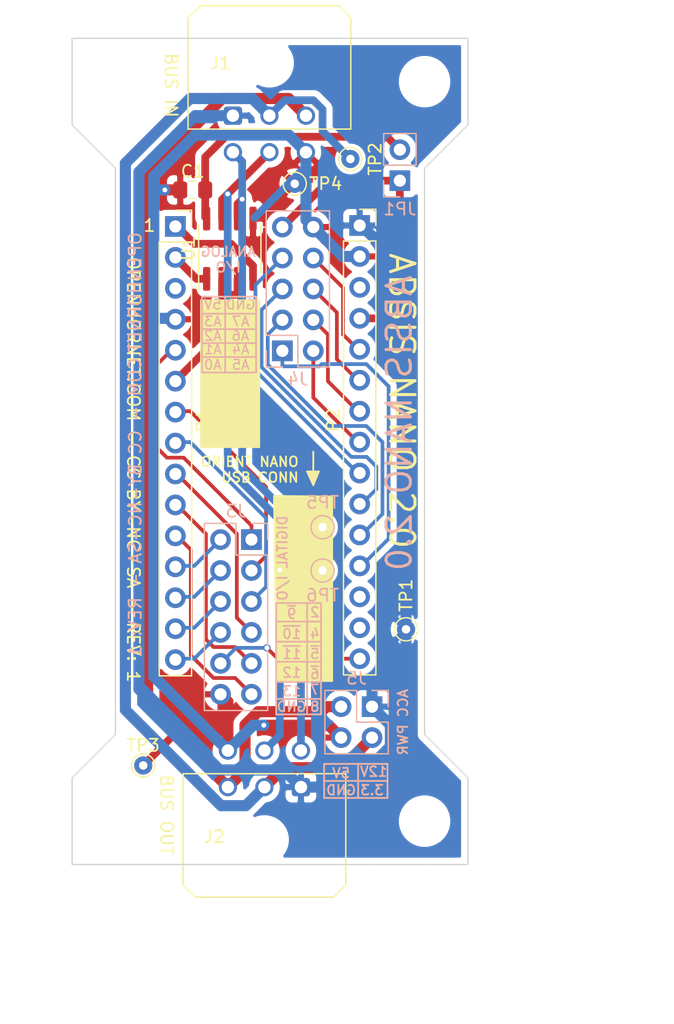
<source format=kicad_pcb>
(kicad_pcb (version 20171130) (host pcbnew "(5.1.4)-1")

  (general
    (thickness 1.6)
    (drawings 126)
    (tracks 230)
    (zones 0)
    (modules 20)
    (nets 35)
  )

  (page A4)
  (title_block
    (title "ABSIS NANO 2.0")
    (date "jeu. 02 avril 2015")
    (rev 1)
    (company OPENHORNET)
    (comment 1 "CC BY-NC-SA")
  )

  (layers
    (0 F.Cu signal)
    (31 B.Cu signal)
    (32 B.Adhes user)
    (33 F.Adhes user)
    (34 B.Paste user)
    (35 F.Paste user)
    (36 B.SilkS user)
    (37 F.SilkS user)
    (38 B.Mask user)
    (39 F.Mask user)
    (40 Dwgs.User user)
    (41 Cmts.User user hide)
    (42 Eco1.User user)
    (43 Eco2.User user)
    (44 Edge.Cuts user)
    (45 Margin user)
    (46 B.CrtYd user)
    (47 F.CrtYd user)
    (48 B.Fab user)
    (49 F.Fab user)
  )

  (setup
    (last_trace_width 0.25)
    (user_trace_width 0.2032)
    (user_trace_width 0.3048)
    (user_trace_width 0.635)
    (user_trace_width 0.9144)
    (trace_clearance 0.2)
    (zone_clearance 0.508)
    (zone_45_only no)
    (trace_min 0.2)
    (via_size 0.6)
    (via_drill 0.4)
    (via_min_size 0.4)
    (via_min_drill 0.3)
    (uvia_size 0.3)
    (uvia_drill 0.1)
    (uvias_allowed no)
    (uvia_min_size 0.2)
    (uvia_min_drill 0.1)
    (edge_width 0.1)
    (segment_width 0.15)
    (pcb_text_width 0.3)
    (pcb_text_size 1.5 1.5)
    (mod_edge_width 0.15)
    (mod_text_size 1 1)
    (mod_text_width 0.15)
    (pad_size 1.5 1.5)
    (pad_drill 0.6)
    (pad_to_mask_clearance 0)
    (aux_axis_origin 131.064 123.698)
    (visible_elements 7FFFFFFF)
    (pcbplotparams
      (layerselection 0x010f0_ffffffff)
      (usegerberextensions false)
      (usegerberattributes false)
      (usegerberadvancedattributes false)
      (creategerberjobfile false)
      (excludeedgelayer true)
      (linewidth 0.100000)
      (plotframeref false)
      (viasonmask false)
      (mode 1)
      (useauxorigin false)
      (hpglpennumber 1)
      (hpglpenspeed 20)
      (hpglpendiameter 15.000000)
      (psnegative false)
      (psa4output false)
      (plotreference true)
      (plotvalue true)
      (plotinvisibletext false)
      (padsonsilk false)
      (subtractmaskfromsilk false)
      (outputformat 1)
      (mirror false)
      (drillshape 0)
      (scaleselection 1)
      (outputdirectory "gerbers/"))
  )

  (net 0 "")
  (net 1 "/1(Tx)")
  (net 2 "/0(Rx)")
  (net 3 GND)
  (net 4 /2)
  (net 5 "/3(**)")
  (net 6 /4)
  (net 7 "/5(**)")
  (net 8 "/6(**)")
  (net 9 /7)
  (net 10 /8)
  (net 11 "/9(**)")
  (net 12 "/10(**/SS)")
  (net 13 +5V)
  (net 14 /A7)
  (net 15 /A6)
  (net 16 /A5)
  (net 17 /A4)
  (net 18 /A3)
  (net 19 /A2)
  (net 20 /A1)
  (net 21 /A0)
  (net 22 /AREF)
  (net 23 "/13(SCK)")
  (net 24 +3V3)
  (net 25 "/11(**/MOSI)")
  (net 26 "/12(MISO)")
  (net 27 /BUS-ENABLE)
  (net 28 /+12V_SUPPLY)
  (net 29 /+5V_SUPPLY)
  (net 30 /+3.3V_SUPPLY)
  (net 31 /BUS-A)
  (net 32 /BUS-B)
  (net 33 "Net-(P1-Pad3)")
  (net 34 "Net-(P2-Pad3)")

  (net_class Default "This is the default net class."
    (clearance 0.2)
    (trace_width 0.25)
    (via_dia 0.6)
    (via_drill 0.4)
    (uvia_dia 0.3)
    (uvia_drill 0.1)
    (add_net +3V3)
    (add_net +5V)
    (add_net /+12V_SUPPLY)
    (add_net /+3.3V_SUPPLY)
    (add_net /+5V_SUPPLY)
    (add_net "/0(Rx)")
    (add_net "/1(Tx)")
    (add_net "/10(**/SS)")
    (add_net "/11(**/MOSI)")
    (add_net "/12(MISO)")
    (add_net "/13(SCK)")
    (add_net /2)
    (add_net "/3(**)")
    (add_net /4)
    (add_net "/5(**)")
    (add_net "/6(**)")
    (add_net /7)
    (add_net /8)
    (add_net "/9(**)")
    (add_net /A0)
    (add_net /A1)
    (add_net /A2)
    (add_net /A3)
    (add_net /A4)
    (add_net /A5)
    (add_net /A6)
    (add_net /A7)
    (add_net /AREF)
    (add_net /BUS-A)
    (add_net /BUS-B)
    (add_net /BUS-ENABLE)
    (add_net GND)
    (add_net "Net-(P1-Pad3)")
    (add_net "Net-(P2-Pad3)")
  )

  (module Connector_PinSocket_2.54mm:PinSocket_1x15_P2.54mm_Vertical (layer F.Cu) (tedit 5A19A41D) (tstamp 5FA35DE8)
    (at 139.5476 71.3232)
    (descr "Through hole straight socket strip, 1x15, 2.54mm pitch, single row (from Kicad 4.0.7), script generated")
    (tags "Through hole socket strip THT 1x15 2.54mm single row")
    (path /56D73FAC)
    (fp_text reference P1 (at 2.286 15.9512 270) (layer F.SilkS)
      (effects (font (size 1 1) (thickness 0.15)))
    )
    (fp_text value Digital (at 2.286 12.5984 270) (layer F.Fab)
      (effects (font (size 1 1) (thickness 0.15)))
    )
    (fp_text user %R (at 0 17.78 90) (layer F.Fab)
      (effects (font (size 1 1) (thickness 0.15)))
    )
    (fp_line (start -1.8 37.3) (end -1.8 -1.8) (layer F.CrtYd) (width 0.05))
    (fp_line (start 1.75 37.3) (end -1.8 37.3) (layer F.CrtYd) (width 0.05))
    (fp_line (start 1.75 -1.8) (end 1.75 37.3) (layer F.CrtYd) (width 0.05))
    (fp_line (start -1.8 -1.8) (end 1.75 -1.8) (layer F.CrtYd) (width 0.05))
    (fp_line (start 0 -1.33) (end 1.33 -1.33) (layer F.SilkS) (width 0.12))
    (fp_line (start 1.33 -1.33) (end 1.33 0) (layer F.SilkS) (width 0.12))
    (fp_line (start 1.33 1.27) (end 1.33 36.89) (layer F.SilkS) (width 0.12))
    (fp_line (start -1.33 36.89) (end 1.33 36.89) (layer F.SilkS) (width 0.12))
    (fp_line (start -1.33 1.27) (end -1.33 36.89) (layer F.SilkS) (width 0.12))
    (fp_line (start -1.33 1.27) (end 1.33 1.27) (layer F.SilkS) (width 0.12))
    (fp_line (start -1.27 36.83) (end -1.27 -1.27) (layer F.Fab) (width 0.1))
    (fp_line (start 1.27 36.83) (end -1.27 36.83) (layer F.Fab) (width 0.1))
    (fp_line (start 1.27 -0.635) (end 1.27 36.83) (layer F.Fab) (width 0.1))
    (fp_line (start 0.635 -1.27) (end 1.27 -0.635) (layer F.Fab) (width 0.1))
    (fp_line (start -1.27 -1.27) (end 0.635 -1.27) (layer F.Fab) (width 0.1))
    (pad 15 thru_hole oval (at 0 35.56) (size 1.7 1.7) (drill 1) (layers *.Cu *.Mask)
      (net 26 "/12(MISO)"))
    (pad 14 thru_hole oval (at 0 33.02) (size 1.7 1.7) (drill 1) (layers *.Cu *.Mask)
      (net 25 "/11(**/MOSI)"))
    (pad 13 thru_hole oval (at 0 30.48) (size 1.7 1.7) (drill 1) (layers *.Cu *.Mask)
      (net 12 "/10(**/SS)"))
    (pad 12 thru_hole oval (at 0 27.94) (size 1.7 1.7) (drill 1) (layers *.Cu *.Mask)
      (net 11 "/9(**)"))
    (pad 11 thru_hole oval (at 0 25.4) (size 1.7 1.7) (drill 1) (layers *.Cu *.Mask)
      (net 10 /8))
    (pad 10 thru_hole oval (at 0 22.86) (size 1.7 1.7) (drill 1) (layers *.Cu *.Mask)
      (net 9 /7))
    (pad 9 thru_hole oval (at 0 20.32) (size 1.7 1.7) (drill 1) (layers *.Cu *.Mask)
      (net 8 "/6(**)"))
    (pad 8 thru_hole oval (at 0 17.78) (size 1.7 1.7) (drill 1) (layers *.Cu *.Mask)
      (net 7 "/5(**)"))
    (pad 7 thru_hole oval (at 0 15.24) (size 1.7 1.7) (drill 1) (layers *.Cu *.Mask)
      (net 6 /4))
    (pad 6 thru_hole oval (at 0 12.7) (size 1.7 1.7) (drill 1) (layers *.Cu *.Mask)
      (net 5 "/3(**)"))
    (pad 5 thru_hole oval (at 0 10.16) (size 1.7 1.7) (drill 1) (layers *.Cu *.Mask)
      (net 4 /2))
    (pad 4 thru_hole oval (at 0 7.62) (size 1.7 1.7) (drill 1) (layers *.Cu *.Mask)
      (net 3 GND))
    (pad 3 thru_hole oval (at 0 5.08) (size 1.7 1.7) (drill 1) (layers *.Cu *.Mask)
      (net 33 "Net-(P1-Pad3)"))
    (pad 2 thru_hole oval (at 0 2.54) (size 1.7 1.7) (drill 1) (layers *.Cu *.Mask)
      (net 2 "/0(Rx)"))
    (pad 1 thru_hole rect (at 0 0) (size 1.7 1.7) (drill 1) (layers *.Cu *.Mask)
      (net 1 "/1(Tx)"))
    (model ${KISYS3DMOD}/Connector_PinSocket_2.54mm.3dshapes/PinSocket_1x15_P2.54mm_Vertical.wrl
      (at (xyz 0 0 0))
      (scale (xyz 1 1 1))
      (rotate (xyz 0 0 0))
    )
  )

  (module Connector_PinSocket_2.54mm:PinSocket_1x15_P2.54mm_Vertical locked (layer F.Cu) (tedit 5A19A41D) (tstamp 551FC9EE)
    (at 154.686 71.247)
    (descr "Through hole straight socket strip, 1x15, 2.54mm pitch, single row (from Kicad 4.0.7), script generated")
    (tags "Through hole socket strip THT 1x15 2.54mm single row")
    (path /56D740C7)
    (fp_text reference P2 (at -2.1844 15.9766 270) (layer F.SilkS)
      (effects (font (size 1 1) (thickness 0.15)))
    )
    (fp_text value Analog (at -2.3876 19.3802 270) (layer F.Fab)
      (effects (font (size 1 1) (thickness 0.15)))
    )
    (fp_text user %R (at 0 17.78 90) (layer F.Fab)
      (effects (font (size 1 1) (thickness 0.15)))
    )
    (fp_line (start -1.8 37.3) (end -1.8 -1.8) (layer F.CrtYd) (width 0.05))
    (fp_line (start 1.75 37.3) (end -1.8 37.3) (layer F.CrtYd) (width 0.05))
    (fp_line (start 1.75 -1.8) (end 1.75 37.3) (layer F.CrtYd) (width 0.05))
    (fp_line (start -1.8 -1.8) (end 1.75 -1.8) (layer F.CrtYd) (width 0.05))
    (fp_line (start 0 -1.33) (end 1.33 -1.33) (layer F.SilkS) (width 0.12))
    (fp_line (start 1.33 -1.33) (end 1.33 0) (layer F.SilkS) (width 0.12))
    (fp_line (start 1.33 1.27) (end 1.33 36.89) (layer F.SilkS) (width 0.12))
    (fp_line (start -1.33 36.89) (end 1.33 36.89) (layer F.SilkS) (width 0.12))
    (fp_line (start -1.33 1.27) (end -1.33 36.89) (layer F.SilkS) (width 0.12))
    (fp_line (start -1.33 1.27) (end 1.33 1.27) (layer F.SilkS) (width 0.12))
    (fp_line (start -1.27 36.83) (end -1.27 -1.27) (layer F.Fab) (width 0.1))
    (fp_line (start 1.27 36.83) (end -1.27 36.83) (layer F.Fab) (width 0.1))
    (fp_line (start 1.27 -0.635) (end 1.27 36.83) (layer F.Fab) (width 0.1))
    (fp_line (start 0.635 -1.27) (end 1.27 -0.635) (layer F.Fab) (width 0.1))
    (fp_line (start -1.27 -1.27) (end 0.635 -1.27) (layer F.Fab) (width 0.1))
    (pad 15 thru_hole oval (at 0 35.56) (size 1.7 1.7) (drill 1) (layers *.Cu *.Mask)
      (net 23 "/13(SCK)"))
    (pad 14 thru_hole oval (at 0 33.02) (size 1.7 1.7) (drill 1) (layers *.Cu *.Mask)
      (net 24 +3V3))
    (pad 13 thru_hole oval (at 0 30.48) (size 1.7 1.7) (drill 1) (layers *.Cu *.Mask)
      (net 22 /AREF))
    (pad 12 thru_hole oval (at 0 27.94) (size 1.7 1.7) (drill 1) (layers *.Cu *.Mask)
      (net 21 /A0))
    (pad 11 thru_hole oval (at 0 25.4) (size 1.7 1.7) (drill 1) (layers *.Cu *.Mask)
      (net 20 /A1))
    (pad 10 thru_hole oval (at 0 22.86) (size 1.7 1.7) (drill 1) (layers *.Cu *.Mask)
      (net 19 /A2))
    (pad 9 thru_hole oval (at 0 20.32) (size 1.7 1.7) (drill 1) (layers *.Cu *.Mask)
      (net 18 /A3))
    (pad 8 thru_hole oval (at 0 17.78) (size 1.7 1.7) (drill 1) (layers *.Cu *.Mask)
      (net 17 /A4))
    (pad 7 thru_hole oval (at 0 15.24) (size 1.7 1.7) (drill 1) (layers *.Cu *.Mask)
      (net 16 /A5))
    (pad 6 thru_hole oval (at 0 12.7) (size 1.7 1.7) (drill 1) (layers *.Cu *.Mask)
      (net 15 /A6))
    (pad 5 thru_hole oval (at 0 10.16) (size 1.7 1.7) (drill 1) (layers *.Cu *.Mask)
      (net 14 /A7))
    (pad 4 thru_hole oval (at 0 7.62) (size 1.7 1.7) (drill 1) (layers *.Cu *.Mask)
      (net 13 +5V))
    (pad 3 thru_hole oval (at 0 5.08) (size 1.7 1.7) (drill 1) (layers *.Cu *.Mask)
      (net 34 "Net-(P2-Pad3)"))
    (pad 2 thru_hole oval (at 0 2.54) (size 1.7 1.7) (drill 1) (layers *.Cu *.Mask)
      (net 3 GND))
    (pad 1 thru_hole rect (at 0 0) (size 1.7 1.7) (drill 1) (layers *.Cu *.Mask)
      (net 28 /+12V_SUPPLY))
    (model ${KISYS3DMOD}/Connector_PinSocket_2.54mm.3dshapes/PinSocket_1x15_P2.54mm_Vertical.wrl
      (at (xyz 0 0 0))
      (scale (xyz 1 1 1))
      (rotate (xyz 0 0 0))
    )
  )

  (module MountingHole:MountingHole_3.2mm_M3 (layer F.Cu) (tedit 56D1B4CB) (tstamp 5FA3274C)
    (at 160.02 120.142)
    (descr "Mounting Hole 3.2mm, no annular, M3")
    (tags "mounting hole 3.2mm no annular m3")
    (attr virtual)
    (fp_text reference REF** (at 0 -4.2) (layer F.SilkS) hide
      (effects (font (size 1 1) (thickness 0.15)))
    )
    (fp_text value MountingHole_3.2mm_M3 (at 0 4.2) (layer F.Fab)
      (effects (font (size 1 1) (thickness 0.15)))
    )
    (fp_text user %R (at 0.3 0) (layer F.Fab)
      (effects (font (size 1 1) (thickness 0.15)))
    )
    (fp_circle (center 0 0) (end 3.2 0) (layer Cmts.User) (width 0.15))
    (fp_circle (center 0 0) (end 3.45 0) (layer F.CrtYd) (width 0.05))
    (pad 1 np_thru_hole circle (at 0 0) (size 3.2 3.2) (drill 3.2) (layers *.Cu *.Mask))
  )

  (module MountingHole:MountingHole_3.2mm_M3 (layer F.Cu) (tedit 56D1B4CB) (tstamp 5FA3273E)
    (at 134.62 120.142)
    (descr "Mounting Hole 3.2mm, no annular, M3")
    (tags "mounting hole 3.2mm no annular m3")
    (attr virtual)
    (fp_text reference REF** (at 0 -4.2) (layer F.SilkS) hide
      (effects (font (size 1 1) (thickness 0.15)))
    )
    (fp_text value MountingHole_3.2mm_M3 (at 0 4.2) (layer F.Fab)
      (effects (font (size 1 1) (thickness 0.15)))
    )
    (fp_circle (center 0 0) (end 3.45 0) (layer F.CrtYd) (width 0.05))
    (fp_circle (center 0 0) (end 3.2 0) (layer Cmts.User) (width 0.15))
    (fp_text user %R (at 0.3 0) (layer F.Fab)
      (effects (font (size 1 1) (thickness 0.15)))
    )
    (pad 1 np_thru_hole circle (at 0 0) (size 3.2 3.2) (drill 3.2) (layers *.Cu *.Mask))
  )

  (module MountingHole:MountingHole_3.2mm_M3 (layer F.Cu) (tedit 56D1B4CB) (tstamp 5FA32730)
    (at 134.62 59.436)
    (descr "Mounting Hole 3.2mm, no annular, M3")
    (tags "mounting hole 3.2mm no annular m3")
    (attr virtual)
    (fp_text reference REF** (at 0 -4.2) (layer F.SilkS) hide
      (effects (font (size 1 1) (thickness 0.15)))
    )
    (fp_text value MountingHole_3.2mm_M3 (at 0 4.2) (layer F.Fab)
      (effects (font (size 1 1) (thickness 0.15)))
    )
    (fp_text user %R (at 0.3 0) (layer F.Fab)
      (effects (font (size 1 1) (thickness 0.15)))
    )
    (fp_circle (center 0 0) (end 3.2 0) (layer Cmts.User) (width 0.15))
    (fp_circle (center 0 0) (end 3.45 0) (layer F.CrtYd) (width 0.05))
    (pad 1 np_thru_hole circle (at 0 0) (size 3.2 3.2) (drill 3.2) (layers *.Cu *.Mask))
  )

  (module MountingHole:MountingHole_3.2mm_M3 (layer F.Cu) (tedit 56D1B4CB) (tstamp 5FA326E4)
    (at 160.02 59.436)
    (descr "Mounting Hole 3.2mm, no annular, M3")
    (tags "mounting hole 3.2mm no annular m3")
    (attr virtual)
    (fp_text reference REF** (at 0 -4.2) (layer F.SilkS) hide
      (effects (font (size 1 1) (thickness 0.15)))
    )
    (fp_text value MountingHole_3.2mm_M3 (at 0 4.2) (layer F.Fab)
      (effects (font (size 1 1) (thickness 0.15)))
    )
    (fp_circle (center 0 0) (end 3.45 0) (layer F.CrtYd) (width 0.05))
    (fp_circle (center 0 0) (end 3.2 0) (layer Cmts.User) (width 0.15))
    (fp_text user %R (at 0.3 0) (layer F.Fab)
      (effects (font (size 1 1) (thickness 0.15)))
    )
    (pad 1 np_thru_hole circle (at 0 0) (size 3.2 3.2) (drill 3.2) (layers *.Cu *.Mask))
  )

  (module Capacitor_SMD:C_0805_2012Metric_Pad1.15x1.40mm_HandSolder (layer F.Cu) (tedit 5B36C52B) (tstamp 5FA30026)
    (at 140.97 68.326 180)
    (descr "Capacitor SMD 0805 (2012 Metric), square (rectangular) end terminal, IPC_7351 nominal with elongated pad for handsoldering. (Body size source: https://docs.google.com/spreadsheets/d/1BsfQQcO9C6DZCsRaXUlFlo91Tg2WpOkGARC1WS5S8t0/edit?usp=sharing), generated with kicad-footprint-generator")
    (tags "capacitor handsolder")
    (path /5FA5FC67)
    (attr smd)
    (fp_text reference C1 (at 0 1.524) (layer F.SilkS)
      (effects (font (size 1 1) (thickness 0.15)))
    )
    (fp_text value 0.1uF (at -0.097001 1.640999) (layer F.Fab)
      (effects (font (size 1 1) (thickness 0.15)))
    )
    (fp_line (start -1 0.6) (end -1 -0.6) (layer F.Fab) (width 0.1))
    (fp_line (start -1 -0.6) (end 1 -0.6) (layer F.Fab) (width 0.1))
    (fp_line (start 1 -0.6) (end 1 0.6) (layer F.Fab) (width 0.1))
    (fp_line (start 1 0.6) (end -1 0.6) (layer F.Fab) (width 0.1))
    (fp_line (start -0.261252 -0.71) (end 0.261252 -0.71) (layer F.SilkS) (width 0.12))
    (fp_line (start -0.261252 0.71) (end 0.261252 0.71) (layer F.SilkS) (width 0.12))
    (fp_line (start -1.85 0.95) (end -1.85 -0.95) (layer F.CrtYd) (width 0.05))
    (fp_line (start -1.85 -0.95) (end 1.85 -0.95) (layer F.CrtYd) (width 0.05))
    (fp_line (start 1.85 -0.95) (end 1.85 0.95) (layer F.CrtYd) (width 0.05))
    (fp_line (start 1.85 0.95) (end -1.85 0.95) (layer F.CrtYd) (width 0.05))
    (fp_text user %R (at 0 0) (layer F.Fab)
      (effects (font (size 0.5 0.5) (thickness 0.08)))
    )
    (pad 1 smd roundrect (at -1.025 0 180) (size 1.15 1.4) (layers F.Cu F.Paste F.Mask) (roundrect_rratio 0.217391)
      (net 27 /BUS-ENABLE))
    (pad 2 smd roundrect (at 1.025 0 180) (size 1.15 1.4) (layers F.Cu F.Paste F.Mask) (roundrect_rratio 0.217391)
      (net 3 GND))
    (model ${KISYS3DMOD}/Capacitor_SMD.3dshapes/C_0805_2012Metric.wrl
      (at (xyz 0 0 0))
      (scale (xyz 1 1 1))
      (rotate (xyz 0 0 0))
    )
  )

  (module Connector_Molex:Molex_Micro-Fit_3.0_43045-0600_2x03_P3.00mm_Horizontal (layer F.Cu) (tedit 5B799D96) (tstamp 5FA30048)
    (at 144.272 62.23)
    (descr "Molex Micro-Fit 3.0 Connector System, 43045-0600 (compatible alternatives: 43045-0601, 43045-0602), 3 Pins per row (https://www.molex.com/pdm_docs/sd/430450200_sd.pdf), generated with kicad-footprint-generator")
    (tags "connector Molex Micro-Fit_3.0 top entry")
    (path /5FA7581B)
    (fp_text reference J1 (at -1.016 -4.318) (layer F.SilkS)
      (effects (font (size 1 1) (thickness 0.15)))
    )
    (fp_text value "BUS IN" (at 3 5.7) (layer F.Fab)
      (effects (font (size 1 1) (thickness 0.15)))
    )
    (fp_line (start -3.575 0.99) (end -3.575 -7.92) (layer F.Fab) (width 0.1))
    (fp_line (start -3.575 -7.92) (end -2.575 -8.92) (layer F.Fab) (width 0.1))
    (fp_line (start -2.575 -8.92) (end 8.575 -8.92) (layer F.Fab) (width 0.1))
    (fp_line (start 8.575 -8.92) (end 9.575 -7.92) (layer F.Fab) (width 0.1))
    (fp_line (start 9.575 -7.92) (end 9.575 0.99) (layer F.Fab) (width 0.1))
    (fp_line (start 9.575 0.99) (end -3.575 0.99) (layer F.Fab) (width 0.1))
    (fp_line (start -0.75 0.99) (end 0 0) (layer F.Fab) (width 0.1))
    (fp_line (start 0 0) (end 0.75 0.99) (layer F.Fab) (width 0.1))
    (fp_line (start -3.685 1.1) (end -3.685 -8.03) (layer F.SilkS) (width 0.12))
    (fp_line (start -3.685 -8.03) (end -2.685 -9.03) (layer F.SilkS) (width 0.12))
    (fp_line (start -2.685 -9.03) (end 8.685 -9.03) (layer F.SilkS) (width 0.12))
    (fp_line (start 8.685 -9.03) (end 9.685 -8.03) (layer F.SilkS) (width 0.12))
    (fp_line (start 9.685 -8.03) (end 9.685 1.1) (layer F.SilkS) (width 0.12))
    (fp_line (start 9.685 1.1) (end -3.685 1.1) (layer F.SilkS) (width 0.12))
    (fp_line (start -4.08 1.49) (end -4.08 -9.42) (layer F.CrtYd) (width 0.05))
    (fp_line (start -4.08 -9.42) (end 10.07 -9.42) (layer F.CrtYd) (width 0.05))
    (fp_line (start 10.07 -9.42) (end 10.07 1.49) (layer F.CrtYd) (width 0.05))
    (fp_line (start 10.07 1.49) (end 7.25 1.49) (layer F.CrtYd) (width 0.05))
    (fp_line (start 7.25 1.49) (end 7.25 4.25) (layer F.CrtYd) (width 0.05))
    (fp_line (start 7.25 4.25) (end -1.25 4.25) (layer F.CrtYd) (width 0.05))
    (fp_line (start -1.25 4.25) (end -1.25 1.49) (layer F.CrtYd) (width 0.05))
    (fp_line (start -1.25 1.49) (end -4.08 1.49) (layer F.CrtYd) (width 0.05))
    (fp_text user %R (at 2.918999 -8.22) (layer F.Fab)
      (effects (font (size 1 1) (thickness 0.15)))
    )
    (pad "" np_thru_hole circle (at 3 -4.32) (size 3 3) (drill 3) (layers *.Cu *.Mask))
    (pad 1 thru_hole roundrect (at 0 0) (size 1.5 1.5) (drill 1.02) (layers *.Cu *.Mask) (roundrect_rratio 0.166667)
      (net 28 /+12V_SUPPLY))
    (pad 2 thru_hole circle (at 3 0) (size 1.5 1.5) (drill 1.02) (layers *.Cu *.Mask)
      (net 29 /+5V_SUPPLY))
    (pad 3 thru_hole circle (at 6 0) (size 1.5 1.5) (drill 1.02) (layers *.Cu *.Mask)
      (net 30 /+3.3V_SUPPLY))
    (pad 4 thru_hole circle (at 0 3) (size 1.5 1.5) (drill 1.02) (layers *.Cu *.Mask)
      (net 31 /BUS-A))
    (pad 5 thru_hole circle (at 3 3) (size 1.5 1.5) (drill 1.02) (layers *.Cu *.Mask)
      (net 32 /BUS-B))
    (pad 6 thru_hole circle (at 6 3) (size 1.5 1.5) (drill 1.02) (layers *.Cu *.Mask)
      (net 3 GND))
    (model ${KISYS3DMOD}/Connector_Molex.3dshapes/Molex_Micro-Fit_3.0_43045-0600_2x03_P3.00mm_Horizontal.wrl
      (at (xyz 0 0 0))
      (scale (xyz 1 1 1))
      (rotate (xyz 0 0 0))
    )
  )

  (module Connector_Molex:Molex_Micro-Fit_3.0_43045-0600_2x03_P3.00mm_Horizontal (layer F.Cu) (tedit 5B799D96) (tstamp 5FA3006A)
    (at 149.86 117.348 180)
    (descr "Molex Micro-Fit 3.0 Connector System, 43045-0600 (compatible alternatives: 43045-0601, 43045-0602), 3 Pins per row (https://www.molex.com/pdm_docs/sd/430450200_sd.pdf), generated with kicad-footprint-generator")
    (tags "connector Molex Micro-Fit_3.0 top entry")
    (path /5FA822FB)
    (fp_text reference J2 (at 7.112 -4.064) (layer F.SilkS)
      (effects (font (size 1 1) (thickness 0.15)))
    )
    (fp_text value "BUS OUT" (at 3 5.7) (layer F.Fab)
      (effects (font (size 1 1) (thickness 0.15)))
    )
    (fp_text user %R (at 3 -8.22) (layer F.Fab)
      (effects (font (size 1 1) (thickness 0.15)))
    )
    (fp_line (start -1.25 1.49) (end -4.08 1.49) (layer F.CrtYd) (width 0.05))
    (fp_line (start -1.25 4.25) (end -1.25 1.49) (layer F.CrtYd) (width 0.05))
    (fp_line (start 7.25 4.25) (end -1.25 4.25) (layer F.CrtYd) (width 0.05))
    (fp_line (start 7.25 1.49) (end 7.25 4.25) (layer F.CrtYd) (width 0.05))
    (fp_line (start 10.07 1.49) (end 7.25 1.49) (layer F.CrtYd) (width 0.05))
    (fp_line (start 10.07 -9.42) (end 10.07 1.49) (layer F.CrtYd) (width 0.05))
    (fp_line (start -4.08 -9.42) (end 10.07 -9.42) (layer F.CrtYd) (width 0.05))
    (fp_line (start -4.08 1.49) (end -4.08 -9.42) (layer F.CrtYd) (width 0.05))
    (fp_line (start 9.685 1.1) (end -3.685 1.1) (layer F.SilkS) (width 0.12))
    (fp_line (start 9.685 -8.03) (end 9.685 1.1) (layer F.SilkS) (width 0.12))
    (fp_line (start 8.685 -9.03) (end 9.685 -8.03) (layer F.SilkS) (width 0.12))
    (fp_line (start -2.685 -9.03) (end 8.685 -9.03) (layer F.SilkS) (width 0.12))
    (fp_line (start -3.685 -8.03) (end -2.685 -9.03) (layer F.SilkS) (width 0.12))
    (fp_line (start -3.685 1.1) (end -3.685 -8.03) (layer F.SilkS) (width 0.12))
    (fp_line (start 0 0) (end 0.75 0.99) (layer F.Fab) (width 0.1))
    (fp_line (start -0.75 0.99) (end 0 0) (layer F.Fab) (width 0.1))
    (fp_line (start 9.575 0.99) (end -3.575 0.99) (layer F.Fab) (width 0.1))
    (fp_line (start 9.575 -7.92) (end 9.575 0.99) (layer F.Fab) (width 0.1))
    (fp_line (start 8.575 -8.92) (end 9.575 -7.92) (layer F.Fab) (width 0.1))
    (fp_line (start -2.575 -8.92) (end 8.575 -8.92) (layer F.Fab) (width 0.1))
    (fp_line (start -3.575 -7.92) (end -2.575 -8.92) (layer F.Fab) (width 0.1))
    (fp_line (start -3.575 0.99) (end -3.575 -7.92) (layer F.Fab) (width 0.1))
    (pad 6 thru_hole circle (at 6 3 180) (size 1.5 1.5) (drill 1.02) (layers *.Cu *.Mask)
      (net 3 GND))
    (pad 5 thru_hole circle (at 3 3 180) (size 1.5 1.5) (drill 1.02) (layers *.Cu *.Mask)
      (net 32 /BUS-B))
    (pad 4 thru_hole circle (at 0 3 180) (size 1.5 1.5) (drill 1.02) (layers *.Cu *.Mask)
      (net 31 /BUS-A))
    (pad 3 thru_hole circle (at 6 0 180) (size 1.5 1.5) (drill 1.02) (layers *.Cu *.Mask)
      (net 30 /+3.3V_SUPPLY))
    (pad 2 thru_hole circle (at 3 0 180) (size 1.5 1.5) (drill 1.02) (layers *.Cu *.Mask)
      (net 29 /+5V_SUPPLY))
    (pad 1 thru_hole roundrect (at 0 0 180) (size 1.5 1.5) (drill 1.02) (layers *.Cu *.Mask) (roundrect_rratio 0.166667)
      (net 28 /+12V_SUPPLY))
    (pad "" np_thru_hole circle (at 3 -4.32 180) (size 3 3) (drill 3) (layers *.Cu *.Mask))
    (model ${KISYS3DMOD}/Connector_Molex.3dshapes/Molex_Micro-Fit_3.0_43045-0600_2x03_P3.00mm_Horizontal.wrl
      (at (xyz 0 0 0))
      (scale (xyz 1 1 1))
      (rotate (xyz 0 0 0))
    )
  )

  (module Connector_PinHeader_2.54mm:PinHeader_2x06_P2.54mm_Vertical (layer B.Cu) (tedit 59FED5CC) (tstamp 5FA3008C)
    (at 145.796 97.028 180)
    (descr "Through hole straight pin header, 2x06, 2.54mm pitch, double rows")
    (tags "Through hole pin header THT 2x06 2.54mm double row")
    (path /5FA2F2D7)
    (fp_text reference J3 (at 1.27 2.33) (layer B.SilkS)
      (effects (font (size 1 1) (thickness 0.15)) (justify mirror))
    )
    (fp_text value "DIGITAL I/O" (at 1.27 -15.03) (layer B.Fab)
      (effects (font (size 1 1) (thickness 0.15)) (justify mirror))
    )
    (fp_line (start 0 1.27) (end 3.81 1.27) (layer B.Fab) (width 0.1))
    (fp_line (start 3.81 1.27) (end 3.81 -13.97) (layer B.Fab) (width 0.1))
    (fp_line (start 3.81 -13.97) (end -1.27 -13.97) (layer B.Fab) (width 0.1))
    (fp_line (start -1.27 -13.97) (end -1.27 0) (layer B.Fab) (width 0.1))
    (fp_line (start -1.27 0) (end 0 1.27) (layer B.Fab) (width 0.1))
    (fp_line (start -1.33 -14.03) (end 3.87 -14.03) (layer B.SilkS) (width 0.12))
    (fp_line (start -1.33 -1.27) (end -1.33 -14.03) (layer B.SilkS) (width 0.12))
    (fp_line (start 3.87 1.33) (end 3.87 -14.03) (layer B.SilkS) (width 0.12))
    (fp_line (start -1.33 -1.27) (end 1.27 -1.27) (layer B.SilkS) (width 0.12))
    (fp_line (start 1.27 -1.27) (end 1.27 1.33) (layer B.SilkS) (width 0.12))
    (fp_line (start 1.27 1.33) (end 3.87 1.33) (layer B.SilkS) (width 0.12))
    (fp_line (start -1.33 0) (end -1.33 1.33) (layer B.SilkS) (width 0.12))
    (fp_line (start -1.33 1.33) (end 0 1.33) (layer B.SilkS) (width 0.12))
    (fp_line (start -1.8 1.8) (end -1.8 -14.5) (layer B.CrtYd) (width 0.05))
    (fp_line (start -1.8 -14.5) (end 4.35 -14.5) (layer B.CrtYd) (width 0.05))
    (fp_line (start 4.35 -14.5) (end 4.35 1.8) (layer B.CrtYd) (width 0.05))
    (fp_line (start 4.35 1.8) (end -1.8 1.8) (layer B.CrtYd) (width 0.05))
    (fp_text user %R (at 1.27 -6.35 270) (layer B.Fab)
      (effects (font (size 1 1) (thickness 0.15)) (justify mirror))
    )
    (pad 1 thru_hole rect (at 0 0 180) (size 1.7 1.7) (drill 1) (layers *.Cu *.Mask)
      (net 4 /2))
    (pad 2 thru_hole oval (at 2.54 0 180) (size 1.7 1.7) (drill 1) (layers *.Cu *.Mask)
      (net 11 "/9(**)"))
    (pad 3 thru_hole oval (at 0 -2.54 180) (size 1.7 1.7) (drill 1) (layers *.Cu *.Mask)
      (net 6 /4))
    (pad 4 thru_hole oval (at 2.54 -2.54 180) (size 1.7 1.7) (drill 1) (layers *.Cu *.Mask)
      (net 12 "/10(**/SS)"))
    (pad 5 thru_hole oval (at 0 -5.08 180) (size 1.7 1.7) (drill 1) (layers *.Cu *.Mask)
      (net 7 "/5(**)"))
    (pad 6 thru_hole oval (at 2.54 -5.08 180) (size 1.7 1.7) (drill 1) (layers *.Cu *.Mask)
      (net 25 "/11(**/MOSI)"))
    (pad 7 thru_hole oval (at 0 -7.62 180) (size 1.7 1.7) (drill 1) (layers *.Cu *.Mask)
      (net 8 "/6(**)"))
    (pad 8 thru_hole oval (at 2.54 -7.62 180) (size 1.7 1.7) (drill 1) (layers *.Cu *.Mask)
      (net 26 "/12(MISO)"))
    (pad 9 thru_hole oval (at 0 -10.16 180) (size 1.7 1.7) (drill 1) (layers *.Cu *.Mask)
      (net 9 /7))
    (pad 10 thru_hole oval (at 2.54 -10.16 180) (size 1.7 1.7) (drill 1) (layers *.Cu *.Mask)
      (net 23 "/13(SCK)"))
    (pad 11 thru_hole oval (at 0 -12.7 180) (size 1.7 1.7) (drill 1) (layers *.Cu *.Mask)
      (net 10 /8))
    (pad 12 thru_hole oval (at 2.54 -12.7 180) (size 1.7 1.7) (drill 1) (layers *.Cu *.Mask)
      (net 3 GND))
    (model ${KISYS3DMOD}/Connector_PinHeader_2.54mm.3dshapes/PinHeader_2x06_P2.54mm_Vertical.wrl
      (at (xyz 0 0 0))
      (scale (xyz 1 1 1))
      (rotate (xyz 0 0 0))
    )
  )

  (module Connector_PinHeader_2.54mm:PinHeader_2x05_P2.54mm_Vertical (layer B.Cu) (tedit 59FED5CC) (tstamp 5FA300AC)
    (at 148.336 81.534)
    (descr "Through hole straight pin header, 2x05, 2.54mm pitch, double rows")
    (tags "Through hole pin header THT 2x05 2.54mm double row")
    (path /5FAA8ADF)
    (fp_text reference J4 (at 1.27 2.33) (layer B.SilkS)
      (effects (font (size 1 1) (thickness 0.15)) (justify mirror))
    )
    (fp_text value ANALOG (at 1.27 -12.49) (layer B.Fab)
      (effects (font (size 1 1) (thickness 0.15)) (justify mirror))
    )
    (fp_line (start 0 1.27) (end 3.81 1.27) (layer B.Fab) (width 0.1))
    (fp_line (start 3.81 1.27) (end 3.81 -11.43) (layer B.Fab) (width 0.1))
    (fp_line (start 3.81 -11.43) (end -1.27 -11.43) (layer B.Fab) (width 0.1))
    (fp_line (start -1.27 -11.43) (end -1.27 0) (layer B.Fab) (width 0.1))
    (fp_line (start -1.27 0) (end 0 1.27) (layer B.Fab) (width 0.1))
    (fp_line (start -1.33 -11.49) (end 3.87 -11.49) (layer B.SilkS) (width 0.12))
    (fp_line (start -1.33 -1.27) (end -1.33 -11.49) (layer B.SilkS) (width 0.12))
    (fp_line (start 3.87 1.33) (end 3.87 -11.49) (layer B.SilkS) (width 0.12))
    (fp_line (start -1.33 -1.27) (end 1.27 -1.27) (layer B.SilkS) (width 0.12))
    (fp_line (start 1.27 -1.27) (end 1.27 1.33) (layer B.SilkS) (width 0.12))
    (fp_line (start 1.27 1.33) (end 3.87 1.33) (layer B.SilkS) (width 0.12))
    (fp_line (start -1.33 0) (end -1.33 1.33) (layer B.SilkS) (width 0.12))
    (fp_line (start -1.33 1.33) (end 0 1.33) (layer B.SilkS) (width 0.12))
    (fp_line (start -1.8 1.8) (end -1.8 -11.95) (layer B.CrtYd) (width 0.05))
    (fp_line (start -1.8 -11.95) (end 4.35 -11.95) (layer B.CrtYd) (width 0.05))
    (fp_line (start 4.35 -11.95) (end 4.35 1.8) (layer B.CrtYd) (width 0.05))
    (fp_line (start 4.35 1.8) (end -1.8 1.8) (layer B.CrtYd) (width 0.05))
    (fp_text user %R (at 1.27 -5.08 270) (layer B.Fab)
      (effects (font (size 1 1) (thickness 0.15)) (justify mirror))
    )
    (pad 1 thru_hole rect (at 0 0) (size 1.7 1.7) (drill 1) (layers *.Cu *.Mask)
      (net 21 /A0))
    (pad 2 thru_hole oval (at 2.54 0) (size 1.7 1.7) (drill 1) (layers *.Cu *.Mask)
      (net 17 /A4))
    (pad 3 thru_hole oval (at 0 -2.54) (size 1.7 1.7) (drill 1) (layers *.Cu *.Mask)
      (net 20 /A1))
    (pad 4 thru_hole oval (at 2.54 -2.54) (size 1.7 1.7) (drill 1) (layers *.Cu *.Mask)
      (net 16 /A5))
    (pad 5 thru_hole oval (at 0 -5.08) (size 1.7 1.7) (drill 1) (layers *.Cu *.Mask)
      (net 19 /A2))
    (pad 6 thru_hole oval (at 2.54 -5.08) (size 1.7 1.7) (drill 1) (layers *.Cu *.Mask)
      (net 15 /A6))
    (pad 7 thru_hole oval (at 0 -7.62) (size 1.7 1.7) (drill 1) (layers *.Cu *.Mask)
      (net 18 /A3))
    (pad 8 thru_hole oval (at 2.54 -7.62) (size 1.7 1.7) (drill 1) (layers *.Cu *.Mask)
      (net 14 /A7))
    (pad 9 thru_hole oval (at 0 -10.16) (size 1.7 1.7) (drill 1) (layers *.Cu *.Mask)
      (net 13 +5V))
    (pad 10 thru_hole oval (at 2.54 -10.16) (size 1.7 1.7) (drill 1) (layers *.Cu *.Mask)
      (net 3 GND))
    (model ${KISYS3DMOD}/Connector_PinHeader_2.54mm.3dshapes/PinHeader_2x05_P2.54mm_Vertical.wrl
      (at (xyz 0 0 0))
      (scale (xyz 1 1 1))
      (rotate (xyz 0 0 0))
    )
  )

  (module Connector_PinHeader_2.54mm:PinHeader_2x02_P2.54mm_Vertical (layer B.Cu) (tedit 59FED5CC) (tstamp 5FA300C6)
    (at 155.702 110.744 180)
    (descr "Through hole straight pin header, 2x02, 2.54mm pitch, double rows")
    (tags "Through hole pin header THT 2x02 2.54mm double row")
    (path /5FA34C9E)
    (fp_text reference J5 (at 1.27 2.33) (layer B.SilkS)
      (effects (font (size 1 1) (thickness 0.15)) (justify mirror))
    )
    (fp_text value "ACC PWR" (at 1.27 -4.87) (layer B.Fab)
      (effects (font (size 1 1) (thickness 0.15)) (justify mirror))
    )
    (fp_line (start 0 1.27) (end 3.81 1.27) (layer B.Fab) (width 0.1))
    (fp_line (start 3.81 1.27) (end 3.81 -3.81) (layer B.Fab) (width 0.1))
    (fp_line (start 3.81 -3.81) (end -1.27 -3.81) (layer B.Fab) (width 0.1))
    (fp_line (start -1.27 -3.81) (end -1.27 0) (layer B.Fab) (width 0.1))
    (fp_line (start -1.27 0) (end 0 1.27) (layer B.Fab) (width 0.1))
    (fp_line (start -1.33 -3.87) (end 3.87 -3.87) (layer B.SilkS) (width 0.12))
    (fp_line (start -1.33 -1.27) (end -1.33 -3.87) (layer B.SilkS) (width 0.12))
    (fp_line (start 3.87 1.33) (end 3.87 -3.87) (layer B.SilkS) (width 0.12))
    (fp_line (start -1.33 -1.27) (end 1.27 -1.27) (layer B.SilkS) (width 0.12))
    (fp_line (start 1.27 -1.27) (end 1.27 1.33) (layer B.SilkS) (width 0.12))
    (fp_line (start 1.27 1.33) (end 3.87 1.33) (layer B.SilkS) (width 0.12))
    (fp_line (start -1.33 0) (end -1.33 1.33) (layer B.SilkS) (width 0.12))
    (fp_line (start -1.33 1.33) (end 0 1.33) (layer B.SilkS) (width 0.12))
    (fp_line (start -1.8 1.8) (end -1.8 -4.35) (layer B.CrtYd) (width 0.05))
    (fp_line (start -1.8 -4.35) (end 4.35 -4.35) (layer B.CrtYd) (width 0.05))
    (fp_line (start 4.35 -4.35) (end 4.35 1.8) (layer B.CrtYd) (width 0.05))
    (fp_line (start 4.35 1.8) (end -1.8 1.8) (layer B.CrtYd) (width 0.05))
    (fp_text user %R (at 1.27 -1.27 270) (layer B.Fab)
      (effects (font (size 1 1) (thickness 0.15)) (justify mirror))
    )
    (pad 1 thru_hole rect (at 0 0 180) (size 1.7 1.7) (drill 1) (layers *.Cu *.Mask)
      (net 28 /+12V_SUPPLY))
    (pad 2 thru_hole oval (at 2.54 0 180) (size 1.7 1.7) (drill 1) (layers *.Cu *.Mask)
      (net 30 /+3.3V_SUPPLY))
    (pad 3 thru_hole oval (at 0 -2.54 180) (size 1.7 1.7) (drill 1) (layers *.Cu *.Mask)
      (net 29 /+5V_SUPPLY))
    (pad 4 thru_hole oval (at 2.54 -2.54 180) (size 1.7 1.7) (drill 1) (layers *.Cu *.Mask)
      (net 3 GND))
    (model ${KISYS3DMOD}/Connector_PinHeader_2.54mm.3dshapes/PinHeader_2x02_P2.54mm_Vertical.wrl
      (at (xyz 0 0 0))
      (scale (xyz 1 1 1))
      (rotate (xyz 0 0 0))
    )
  )

  (module Connector_PinHeader_2.54mm:PinHeader_1x02_P2.54mm_Vertical (layer B.Cu) (tedit 59FED5CC) (tstamp 5FA300DC)
    (at 157.988 67.564)
    (descr "Through hole straight pin header, 1x02, 2.54mm pitch, single row")
    (tags "Through hole pin header THT 1x02 2.54mm single row")
    (path /5FCCD351)
    (fp_text reference JP1 (at 0 2.33) (layer B.SilkS)
      (effects (font (size 1 1) (thickness 0.15)) (justify mirror))
    )
    (fp_text value "BUS ENABLE" (at 0 -4.87) (layer B.Fab)
      (effects (font (size 1 1) (thickness 0.15)) (justify mirror))
    )
    (fp_line (start -0.635 1.27) (end 1.27 1.27) (layer B.Fab) (width 0.1))
    (fp_line (start 1.27 1.27) (end 1.27 -3.81) (layer B.Fab) (width 0.1))
    (fp_line (start 1.27 -3.81) (end -1.27 -3.81) (layer B.Fab) (width 0.1))
    (fp_line (start -1.27 -3.81) (end -1.27 0.635) (layer B.Fab) (width 0.1))
    (fp_line (start -1.27 0.635) (end -0.635 1.27) (layer B.Fab) (width 0.1))
    (fp_line (start -1.33 -3.87) (end 1.33 -3.87) (layer B.SilkS) (width 0.12))
    (fp_line (start -1.33 -1.27) (end -1.33 -3.87) (layer B.SilkS) (width 0.12))
    (fp_line (start 1.33 -1.27) (end 1.33 -3.87) (layer B.SilkS) (width 0.12))
    (fp_line (start -1.33 -1.27) (end 1.33 -1.27) (layer B.SilkS) (width 0.12))
    (fp_line (start -1.33 0) (end -1.33 1.33) (layer B.SilkS) (width 0.12))
    (fp_line (start -1.33 1.33) (end 0 1.33) (layer B.SilkS) (width 0.12))
    (fp_line (start -1.8 1.8) (end -1.8 -4.35) (layer B.CrtYd) (width 0.05))
    (fp_line (start -1.8 -4.35) (end 1.8 -4.35) (layer B.CrtYd) (width 0.05))
    (fp_line (start 1.8 -4.35) (end 1.8 1.8) (layer B.CrtYd) (width 0.05))
    (fp_line (start 1.8 1.8) (end -1.8 1.8) (layer B.CrtYd) (width 0.05))
    (fp_text user %R (at 0 -1.27 -90) (layer B.Fab)
      (effects (font (size 1 1) (thickness 0.15)) (justify mirror))
    )
    (pad 1 thru_hole rect (at 0 0) (size 1.7 1.7) (drill 1) (layers *.Cu *.Mask)
      (net 13 +5V))
    (pad 2 thru_hole oval (at 0 -2.54) (size 1.7 1.7) (drill 1) (layers *.Cu *.Mask)
      (net 27 /BUS-ENABLE))
    (model ${KISYS3DMOD}/Connector_PinHeader_2.54mm.3dshapes/PinHeader_1x02_P2.54mm_Vertical.wrl
      (at (xyz 0 0 0))
      (scale (xyz 1 1 1))
      (rotate (xyz 0 0 0))
    )
  )

  (module TestPoint:TestPoint_THTPad_D1.5mm_Drill0.7mm (layer F.Cu) (tedit 5A0F774F) (tstamp 5FA300E4)
    (at 158.496 104.394)
    (descr "THT pad as test Point, diameter 1.5mm, hole diameter 0.7mm")
    (tags "test point THT pad")
    (path /5FA453F7)
    (attr virtual)
    (fp_text reference TP1 (at 0 -2.794 90) (layer F.SilkS)
      (effects (font (size 1 1) (thickness 0.15)))
    )
    (fp_text value TP-12 (at 0 1.75) (layer F.Fab)
      (effects (font (size 1 1) (thickness 0.15)))
    )
    (fp_circle (center 0 0) (end 0 0.95) (layer F.SilkS) (width 0.12))
    (fp_circle (center 0 0) (end 1.25 0) (layer F.CrtYd) (width 0.05))
    (fp_text user %R (at 0 -1.65) (layer F.Fab)
      (effects (font (size 1 1) (thickness 0.15)))
    )
    (pad 1 thru_hole circle (at 0 0) (size 1.5 1.5) (drill 0.7) (layers *.Cu *.Mask)
      (net 28 /+12V_SUPPLY))
  )

  (module TestPoint:TestPoint_THTPad_D1.5mm_Drill0.7mm (layer F.Cu) (tedit 5A0F774F) (tstamp 5FA300EC)
    (at 153.924 65.786)
    (descr "THT pad as test Point, diameter 1.5mm, hole diameter 0.7mm")
    (tags "test point THT pad")
    (path /5FA44D09)
    (attr virtual)
    (fp_text reference TP2 (at 2.032 0 90) (layer F.SilkS)
      (effects (font (size 1 1) (thickness 0.15)))
    )
    (fp_text value TP-5V (at 0 1.75) (layer F.Fab)
      (effects (font (size 1 1) (thickness 0.15)))
    )
    (fp_text user %R (at 0 -1.65) (layer F.Fab)
      (effects (font (size 1 1) (thickness 0.15)))
    )
    (fp_circle (center 0 0) (end 1.25 0) (layer F.CrtYd) (width 0.05))
    (fp_circle (center 0 0) (end 0 0.95) (layer F.SilkS) (width 0.12))
    (pad 1 thru_hole circle (at 0 0) (size 1.5 1.5) (drill 0.7) (layers *.Cu *.Mask)
      (net 29 /+5V_SUPPLY))
  )

  (module TestPoint:TestPoint_THTPad_D1.5mm_Drill0.7mm (layer F.Cu) (tedit 5A0F774F) (tstamp 5FA300F4)
    (at 136.906 115.57)
    (descr "THT pad as test Point, diameter 1.5mm, hole diameter 0.7mm")
    (tags "test point THT pad")
    (path /5FA4C2DF)
    (attr virtual)
    (fp_text reference TP3 (at 0 -1.648) (layer F.SilkS)
      (effects (font (size 1 1) (thickness 0.15)))
    )
    (fp_text value TP-3.3V (at 0 1.75) (layer F.Fab)
      (effects (font (size 1 1) (thickness 0.15)))
    )
    (fp_circle (center 0 0) (end 0 0.95) (layer F.SilkS) (width 0.12))
    (fp_circle (center 0 0) (end 1.25 0) (layer F.CrtYd) (width 0.05))
    (fp_text user %R (at 0 -1.65) (layer F.Fab)
      (effects (font (size 1 1) (thickness 0.15)))
    )
    (pad 1 thru_hole circle (at 0 0) (size 1.5 1.5) (drill 0.7) (layers *.Cu *.Mask)
      (net 30 /+3.3V_SUPPLY))
  )

  (module TestPoint:TestPoint_THTPad_D1.5mm_Drill0.7mm (layer F.Cu) (tedit 5A0F774F) (tstamp 5FA300FC)
    (at 149.352 67.818)
    (descr "THT pad as test Point, diameter 1.5mm, hole diameter 0.7mm")
    (tags "test point THT pad")
    (path /5FA4C49D)
    (attr virtual)
    (fp_text reference TP4 (at 2.54 0) (layer F.SilkS)
      (effects (font (size 1 1) (thickness 0.15)))
    )
    (fp_text value TP-GND (at 0 1.75) (layer F.Fab)
      (effects (font (size 1 1) (thickness 0.15)))
    )
    (fp_text user %R (at 0 -1.65) (layer F.Fab)
      (effects (font (size 1 1) (thickness 0.15)))
    )
    (fp_circle (center 0 0) (end 1.25 0) (layer F.CrtYd) (width 0.05))
    (fp_circle (center 0 0) (end 0 0.95) (layer F.SilkS) (width 0.12))
    (pad 1 thru_hole circle (at 0 0) (size 1.5 1.5) (drill 0.7) (layers *.Cu *.Mask)
      (net 3 GND))
  )

  (module TestPoint:TestPoint_THTPad_D1.5mm_Drill0.7mm (layer B.Cu) (tedit 5A0F774F) (tstamp 5FA30104)
    (at 151.638 96.012)
    (descr "THT pad as test Point, diameter 1.5mm, hole diameter 0.7mm")
    (tags "test point THT pad")
    (path /5FA1004F)
    (attr virtual)
    (fp_text reference TP5 (at 0 -2.032) (layer B.SilkS)
      (effects (font (size 1 1) (thickness 0.15)) (justify mirror))
    )
    (fp_text value TP-A (at 0 -1.75) (layer B.Fab)
      (effects (font (size 1 1) (thickness 0.15)) (justify mirror))
    )
    (fp_text user %R (at 0 1.65) (layer B.Fab)
      (effects (font (size 1 1) (thickness 0.15)) (justify mirror))
    )
    (fp_circle (center 0 0) (end 1.25 0) (layer B.CrtYd) (width 0.05))
    (fp_circle (center 0 0) (end 0 -0.95) (layer B.SilkS) (width 0.12))
    (pad 1 thru_hole circle (at 0 0) (size 1.5 1.5) (drill 0.7) (layers *.Cu *.Mask)
      (net 31 /BUS-A))
  )

  (module TestPoint:TestPoint_THTPad_D1.5mm_Drill0.7mm (layer B.Cu) (tedit 5A0F774F) (tstamp 5FA3010C)
    (at 151.638 99.568)
    (descr "THT pad as test Point, diameter 1.5mm, hole diameter 0.7mm")
    (tags "test point THT pad")
    (path /5FA1BB7A)
    (attr virtual)
    (fp_text reference TP6 (at 0 2.032) (layer B.SilkS)
      (effects (font (size 1 1) (thickness 0.15)) (justify mirror))
    )
    (fp_text value TP-B (at 0 -1.75) (layer B.Fab)
      (effects (font (size 1 1) (thickness 0.15)) (justify mirror))
    )
    (fp_circle (center 0 0) (end 0 -0.95) (layer B.SilkS) (width 0.12))
    (fp_circle (center 0 0) (end 1.25 0) (layer B.CrtYd) (width 0.05))
    (fp_text user %R (at 0 1.65) (layer B.Fab)
      (effects (font (size 1 1) (thickness 0.15)) (justify mirror))
    )
    (pad 1 thru_hole circle (at 0 0) (size 1.5 1.5) (drill 0.7) (layers *.Cu *.Mask)
      (net 32 /BUS-B))
  )

  (module Package_SO:SOIC-8_3.9x4.9mm_P1.27mm (layer F.Cu) (tedit 5C97300E) (tstamp 5FA30126)
    (at 144.018 73.152 90)
    (descr "SOIC, 8 Pin (JEDEC MS-012AA, https://www.analog.com/media/en/package-pcb-resources/package/pkg_pdf/soic_narrow-r/r_8.pdf), generated with kicad-footprint-generator ipc_gullwing_generator.py")
    (tags "SOIC SO")
    (path /5FA05D20)
    (attr smd)
    (fp_text reference U1 (at 0 -3.4 90) (layer F.SilkS)
      (effects (font (size 1 1) (thickness 0.15)))
    )
    (fp_text value MAX487EESA+T (at 0 3.4 90) (layer F.Fab)
      (effects (font (size 1 1) (thickness 0.15)))
    )
    (fp_line (start 0 2.56) (end 1.95 2.56) (layer F.SilkS) (width 0.12))
    (fp_line (start 0 2.56) (end -1.95 2.56) (layer F.SilkS) (width 0.12))
    (fp_line (start 0 -2.56) (end 1.95 -2.56) (layer F.SilkS) (width 0.12))
    (fp_line (start 0 -2.56) (end -3.45 -2.56) (layer F.SilkS) (width 0.12))
    (fp_line (start -0.975 -2.45) (end 1.95 -2.45) (layer F.Fab) (width 0.1))
    (fp_line (start 1.95 -2.45) (end 1.95 2.45) (layer F.Fab) (width 0.1))
    (fp_line (start 1.95 2.45) (end -1.95 2.45) (layer F.Fab) (width 0.1))
    (fp_line (start -1.95 2.45) (end -1.95 -1.475) (layer F.Fab) (width 0.1))
    (fp_line (start -1.95 -1.475) (end -0.975 -2.45) (layer F.Fab) (width 0.1))
    (fp_line (start -3.7 -2.7) (end -3.7 2.7) (layer F.CrtYd) (width 0.05))
    (fp_line (start -3.7 2.7) (end 3.7 2.7) (layer F.CrtYd) (width 0.05))
    (fp_line (start 3.7 2.7) (end 3.7 -2.7) (layer F.CrtYd) (width 0.05))
    (fp_line (start 3.7 -2.7) (end -3.7 -2.7) (layer F.CrtYd) (width 0.05))
    (fp_text user %R (at 0 0 90) (layer F.Fab)
      (effects (font (size 0.98 0.98) (thickness 0.15)))
    )
    (pad 1 smd roundrect (at -2.475 -1.905 90) (size 1.95 0.6) (layers F.Cu F.Paste F.Mask) (roundrect_rratio 0.25)
      (net 2 "/0(Rx)"))
    (pad 2 smd roundrect (at -2.475 -0.635 90) (size 1.95 0.6) (layers F.Cu F.Paste F.Mask) (roundrect_rratio 0.25)
      (net 5 "/3(**)"))
    (pad 3 smd roundrect (at -2.475 0.635 90) (size 1.95 0.6) (layers F.Cu F.Paste F.Mask) (roundrect_rratio 0.25)
      (net 5 "/3(**)"))
    (pad 4 smd roundrect (at -2.475 1.905 90) (size 1.95 0.6) (layers F.Cu F.Paste F.Mask) (roundrect_rratio 0.25)
      (net 1 "/1(Tx)"))
    (pad 5 smd roundrect (at 2.475 1.905 90) (size 1.95 0.6) (layers F.Cu F.Paste F.Mask) (roundrect_rratio 0.25)
      (net 3 GND))
    (pad 6 smd roundrect (at 2.475 0.635 90) (size 1.95 0.6) (layers F.Cu F.Paste F.Mask) (roundrect_rratio 0.25)
      (net 31 /BUS-A))
    (pad 7 smd roundrect (at 2.475 -0.635 90) (size 1.95 0.6) (layers F.Cu F.Paste F.Mask) (roundrect_rratio 0.25)
      (net 32 /BUS-B))
    (pad 8 smd roundrect (at 2.475 -1.905 90) (size 1.95 0.6) (layers F.Cu F.Paste F.Mask) (roundrect_rratio 0.25)
      (net 27 /BUS-ENABLE))
    (model ${KISYS3DMOD}/Package_SO.3dshapes/SOIC-8_3.9x4.9mm_P1.27mm.wrl
      (at (xyz 0 0 0))
      (scale (xyz 1 1 1))
      (rotate (xyz 0 0 0))
    )
  )

  (gr_poly (pts (xy 141.6304 77.3684) (xy 146.4564 77.3684) (xy 146.4564 89.4588) (xy 141.6304 89.4588)) (layer F.SilkS) (width 0.1))
  (gr_poly (pts (xy 147.6248 93.4212) (xy 152.4508 93.472) (xy 152.4508 108.6612) (xy 147.828 108.6612)) (layer F.SilkS) (width 0.1))
  (gr_text "BUS OUT" (at 138.8364 119.634 270) (layer F.SilkS) (tstamp 5FA368E0)
    (effects (font (size 1 1) (thickness 0.15)))
  )
  (gr_text "BUS IN" (at 139.192 59.7408 270) (layer F.SilkS)
    (effects (font (size 1 1) (thickness 0.15)))
  )
  (gr_poly (pts (xy 150.4696 91.4908) (xy 151.2316 91.4908) (xy 150.876 92.3544) (xy 150.876 92.3036)) (layer F.SilkS) (width 0.1))
  (gr_line (start 150.368 91.44) (end 150.876 92.5576) (layer F.SilkS) (width 0.15) (tstamp 5FA36791))
  (gr_line (start 151.3332 91.44) (end 150.368 91.44) (layer F.SilkS) (width 0.15))
  (gr_line (start 150.876 92.5576) (end 151.3332 91.44) (layer F.SilkS) (width 0.15))
  (gr_line (start 150.876 89.8144) (end 150.876 92.5576) (layer F.SilkS) (width 0.15))
  (gr_text "ORIENT NANO\nUSB CONN" (at 149.7584 91.2876) (layer F.SilkS)
    (effects (font (size 0.8 0.8) (thickness 0.15)) (justify right))
  )
  (gr_text "OPENHORNET.COM - CC BY-NC-SA - REV: 1" (at 136.2456 89.2556 90) (layer B.SilkS) (tstamp 5FA363B6)
    (effects (font (size 1 1) (thickness 0.15)) (justify mirror))
  )
  (gr_text "ABSIS NANO 2.0" (at 157.9372 87.4776 90) (layer B.SilkS) (tstamp 5FA363B2)
    (effects (font (size 2 2) (thickness 0.25)) (justify mirror))
  )
  (gr_text "OPENHORNET.COM - CC BY-NC-SA - REV: 1" (at 136.0932 91.2876 270) (layer F.SilkS)
    (effects (font (size 1 1) (thickness 0.15)))
  )
  (gr_text "ABSIS NANO 2.0" (at 158.1404 85.6488 270) (layer F.SilkS)
    (effects (font (size 2 2) (thickness 0.25)))
  )
  (gr_line (start 154.559 118.237) (end 154.559 115.443) (layer B.SilkS) (width 0.15))
  (gr_line (start 151.765 115.443) (end 151.765 118.237) (layer B.SilkS) (width 0.15) (tstamp 5FA34FF4))
  (gr_line (start 156.972 118.237) (end 156.972 115.443) (layer B.SilkS) (width 0.15) (tstamp 5FA34FF3))
  (gr_line (start 151.765 116.84) (end 156.972 116.84) (layer B.SilkS) (width 0.15))
  (gr_line (start 156.972 115.443) (end 151.765 115.443) (layer B.SilkS) (width 0.15) (tstamp 5FA34FE9))
  (gr_line (start 151.765 118.237) (end 156.972 118.237) (layer B.SilkS) (width 0.15))
  (gr_text 3.3 (at 155.702 117.602) (layer B.SilkS) (tstamp 5FA34FE1)
    (effects (font (size 0.8 0.8) (thickness 0.15)) (justify mirror))
  )
  (gr_text GND (at 153.162 117.602) (layer B.SilkS) (tstamp 5FA34FDF)
    (effects (font (size 0.8 0.8) (thickness 0.15)) (justify mirror))
  )
  (gr_text 5V (at 153.162 116.205) (layer B.SilkS) (tstamp 5FA34FDD)
    (effects (font (size 0.8 0.8) (thickness 0.15)) (justify mirror))
  )
  (gr_text 12V (at 155.829 116.078) (layer B.SilkS)
    (effects (font (size 0.8 0.8) (thickness 0.15)) (justify mirror))
  )
  (gr_text "ACC PWR" (at 158.242 112.014 90) (layer B.SilkS)
    (effects (font (size 0.8 0.8) (thickness 0.15)) (justify mirror))
  )
  (gr_text "DIGITAL I/O" (at 148.336 98.552 90) (layer B.SilkS)
    (effects (font (size 0.8 0.8) (thickness 0.15)) (justify mirror))
  )
  (gr_line (start 150.368 107.061) (end 150.368 102.235) (layer B.SilkS) (width 0.15))
  (gr_line (start 147.828 102.235) (end 147.828 103.759) (layer B.SilkS) (width 0.15) (tstamp 5FA34964))
  (gr_line (start 151.511 102.235) (end 147.828 102.235) (layer B.SilkS) (width 0.15))
  (gr_line (start 151.511 103.632) (end 151.511 102.235) (layer B.SilkS) (width 0.15))
  (gr_line (start 147.828 103.759) (end 151.511 103.759) (layer B.SilkS) (width 0.15))
  (gr_line (start 147.828 105.41) (end 147.828 103.759) (layer B.SilkS) (width 0.15))
  (gr_line (start 151.511 105.41) (end 151.511 103.632) (layer B.SilkS) (width 0.15))
  (gr_line (start 147.828 105.41) (end 147.828 107.061) (layer B.SilkS) (width 0.15) (tstamp 5FA3495B))
  (gr_line (start 151.511 105.41) (end 147.828 105.41) (layer B.SilkS) (width 0.15))
  (gr_line (start 151.511 107.061) (end 151.511 105.41) (layer B.SilkS) (width 0.15))
  (gr_line (start 150.368 111.379) (end 150.368 107.061) (layer B.SilkS) (width 0.15))
  (gr_line (start 147.828 107.061) (end 147.828 108.585) (layer B.SilkS) (width 0.15) (tstamp 5FA3494D))
  (gr_line (start 151.511 107.061) (end 147.828 107.061) (layer B.SilkS) (width 0.15))
  (gr_line (start 151.511 108.585) (end 151.511 107.061) (layer B.SilkS) (width 0.15))
  (gr_line (start 151.511 108.712) (end 147.828 108.712) (layer B.SilkS) (width 0.15))
  (gr_line (start 147.828 108.585) (end 147.828 110.109) (layer B.SilkS) (width 0.15) (tstamp 5FA3493E))
  (gr_line (start 151.511 110.109) (end 151.511 108.585) (layer B.SilkS) (width 0.15))
  (gr_line (start 147.828 110.109) (end 147.828 111.379) (layer B.SilkS) (width 0.15) (tstamp 5FA34932))
  (gr_line (start 151.511 110.109) (end 147.828 110.109) (layer B.SilkS) (width 0.15))
  (gr_line (start 151.511 111.379) (end 151.511 110.109) (layer B.SilkS) (width 0.15))
  (gr_line (start 147.828 111.379) (end 151.511 111.379) (layer B.SilkS) (width 0.15))
  (gr_text 8 (at 151.003 110.744) (layer B.SilkS) (tstamp 5FA348A5)
    (effects (font (size 0.8 0.8) (thickness 0.15)) (justify mirror))
  )
  (gr_text GND (at 149.098 110.744) (layer B.SilkS) (tstamp 5FA348A3)
    (effects (font (size 0.8 0.8) (thickness 0.15)) (justify mirror))
  )
  (gr_text 7 (at 151.003 109.347) (layer B.SilkS) (tstamp 5FA348A1)
    (effects (font (size 0.8 0.8) (thickness 0.15)) (justify mirror))
  )
  (gr_text 13 (at 149.098 109.474) (layer B.SilkS) (tstamp 5FA3489F)
    (effects (font (size 0.8 0.8) (thickness 0.15)) (justify mirror))
  )
  (gr_text ~6 (at 151.003 108.077) (layer B.SilkS) (tstamp 5FA3489D)
    (effects (font (size 0.8 0.8) (thickness 0.15)) (justify mirror))
  )
  (gr_text 12 (at 149.098 107.95) (layer B.SilkS) (tstamp 5FA3489B)
    (effects (font (size 0.8 0.8) (thickness 0.15)) (justify mirror))
  )
  (gr_text ~5 (at 151.003 106.426) (layer B.SilkS) (tstamp 5FA34899)
    (effects (font (size 0.8 0.8) (thickness 0.15)) (justify mirror))
  )
  (gr_text ~11 (at 149.098 106.426) (layer B.SilkS) (tstamp 5FA34897)
    (effects (font (size 0.8 0.8) (thickness 0.15)) (justify mirror))
  )
  (gr_text 4 (at 151.003 104.775) (layer B.SilkS) (tstamp 5FA34895)
    (effects (font (size 0.8 0.8) (thickness 0.15)) (justify mirror))
  )
  (gr_text ~10 (at 149.098 104.775) (layer B.SilkS) (tstamp 5FA34893)
    (effects (font (size 0.8 0.8) (thickness 0.15)) (justify mirror))
  )
  (gr_text 2 (at 151.003 102.997) (layer B.SilkS) (tstamp 5FA34891)
    (effects (font (size 0.8 0.8) (thickness 0.15)) (justify mirror))
  )
  (gr_text ~9 (at 149.098 103.124) (layer B.SilkS)
    (effects (font (size 0.8 0.8) (thickness 0.15)) (justify mirror))
  )
  (gr_text "ANALOG\nI/O" (at 143.891 74.041) (layer B.SilkS)
    (effects (font (size 0.8 0.8) (thickness 0.15)) (justify mirror))
  )
  (gr_line (start 146.177 78.486) (end 141.732 78.486) (layer B.SilkS) (width 0.15))
  (gr_line (start 146.177 79.756) (end 146.177 78.486) (layer B.SilkS) (width 0.15))
  (gr_line (start 141.732 79.756) (end 146.177 79.756) (layer B.SilkS) (width 0.15))
  (gr_line (start 141.732 80.899) (end 141.732 79.756) (layer B.SilkS) (width 0.15))
  (gr_line (start 146.177 80.899) (end 141.732 80.899) (layer B.SilkS) (width 0.15))
  (gr_line (start 146.177 82.042) (end 146.177 80.899) (layer B.SilkS) (width 0.15))
  (gr_line (start 141.732 82.042) (end 146.177 82.042) (layer B.SilkS) (width 0.15))
  (gr_line (start 141.732 77.089) (end 141.732 83.312) (layer B.SilkS) (width 0.15) (tstamp 5FA34510))
  (gr_line (start 141.859 77.089) (end 141.732 77.089) (layer B.SilkS) (width 0.15))
  (gr_line (start 146.177 77.089) (end 145.923 77.089) (layer B.SilkS) (width 0.15) (tstamp 5FA3450F))
  (gr_line (start 146.177 83.312) (end 146.177 77.089) (layer B.SilkS) (width 0.15))
  (gr_line (start 141.732 83.312) (end 146.177 83.312) (layer B.SilkS) (width 0.15))
  (gr_line (start 143.637 77.216) (end 143.637 83.312) (layer B.SilkS) (width 0.15))
  (gr_line (start 141.859 77.089) (end 145.923 77.089) (layer B.SilkS) (width 0.15))
  (gr_text A4 (at 144.907 81.407) (layer B.SilkS) (tstamp 5FA33B80)
    (effects (font (size 0.8 0.8) (thickness 0.125)) (justify mirror))
  )
  (gr_text A0 (at 142.621 82.677) (layer B.SilkS) (tstamp 5FA33B7E)
    (effects (font (size 0.8 0.8) (thickness 0.125)) (justify mirror))
  )
  (gr_text A5 (at 144.907 82.677) (layer B.SilkS) (tstamp 5FA33B7C)
    (effects (font (size 0.8 0.8) (thickness 0.125)) (justify mirror))
  )
  (gr_text A1 (at 142.621 81.407) (layer B.SilkS) (tstamp 5FA33B7A)
    (effects (font (size 0.8 0.8) (thickness 0.125)) (justify mirror))
  )
  (gr_text A6 (at 144.887 80.304) (layer B.SilkS) (tstamp 5FA33B78)
    (effects (font (size 0.8 0.8) (thickness 0.125)) (justify mirror))
  )
  (gr_text A2 (at 142.621 80.304) (layer B.SilkS) (tstamp 5FA33B76)
    (effects (font (size 0.8 0.8) (thickness 0.125)) (justify mirror))
  )
  (gr_text A7 (at 144.907 79.121) (layer B.SilkS) (tstamp 5FA33B74)
    (effects (font (size 0.8 0.8) (thickness 0.125)) (justify mirror))
  )
  (gr_text A3 (at 142.621 79.121) (layer B.SilkS) (tstamp 5FA33B72)
    (effects (font (size 0.8 0.8) (thickness 0.125)) (justify mirror))
  )
  (gr_text GND (at 144.907 77.724) (layer B.SilkS) (tstamp 5FA33B70)
    (effects (font (size 0.8 0.8) (thickness 0.125)) (justify mirror))
  )
  (gr_text 5V (at 142.621 77.724) (layer B.SilkS)
    (effects (font (size 0.8 0.8) (thickness 0.125)) (justify mirror))
  )
  (dimension 25.4 (width 0.15) (layer Dwgs.User)
    (gr_text "25.400 mm" (at 147.32 133.888) (layer Dwgs.User)
      (effects (font (size 1 1) (thickness 0.15)))
    )
    (feature1 (pts (xy 160.02 120.142) (xy 160.02 133.174421)))
    (feature2 (pts (xy 134.62 120.142) (xy 134.62 133.174421)))
    (crossbar (pts (xy 134.62 132.588) (xy 160.02 132.588)))
    (arrow1a (pts (xy 160.02 132.588) (xy 158.893496 133.174421)))
    (arrow1b (pts (xy 160.02 132.588) (xy 158.893496 132.001579)))
    (arrow2a (pts (xy 134.62 132.588) (xy 135.746504 133.174421)))
    (arrow2b (pts (xy 134.62 132.588) (xy 135.746504 132.001579)))
  )
  (dimension 32.512 (width 0.15) (layer Dwgs.User)
    (gr_text "32.512 mm" (at 147.32 137.444) (layer Dwgs.User)
      (effects (font (size 1 1) (thickness 0.15)))
    )
    (feature1 (pts (xy 131.064 123.698) (xy 131.064 136.730421)))
    (feature2 (pts (xy 163.576 123.698) (xy 163.576 136.730421)))
    (crossbar (pts (xy 163.576 136.144) (xy 131.064 136.144)))
    (arrow1a (pts (xy 131.064 136.144) (xy 132.190504 135.557579)))
    (arrow1b (pts (xy 131.064 136.144) (xy 132.190504 136.730421)))
    (arrow2a (pts (xy 163.576 136.144) (xy 162.449496 135.557579)))
    (arrow2b (pts (xy 163.576 136.144) (xy 162.449496 136.730421)))
  )
  (dimension 73.959093 (width 0.15) (layer Dwgs.User)
    (gr_text "73.959 mm" (at 179.164825 89.925017 89.68857086) (layer Dwgs.User)
      (effects (font (size 1 1) (thickness 0.15)))
    )
    (feature1 (pts (xy 154.342 52.81) (xy 178.652256 52.942139)))
    (feature2 (pts (xy 153.94 126.768) (xy 178.250256 126.900139)))
    (crossbar (pts (xy 177.663844 126.896951) (xy 178.065844 52.938951)))
    (arrow1a (pts (xy 178.065844 52.938951) (xy 178.646133 54.068626)))
    (arrow1b (pts (xy 178.065844 52.938951) (xy 177.473309 54.062251)))
    (arrow2a (pts (xy 177.663844 126.896951) (xy 178.256379 125.773651)))
    (arrow2b (pts (xy 177.663844 126.896951) (xy 177.083555 125.767276)))
  )
  (dimension 60.706 (width 0.15) (layer Dwgs.User)
    (gr_text "60.706 mm" (at 171.226 89.789 270) (layer Dwgs.User)
      (effects (font (size 1 1) (thickness 0.15)))
    )
    (feature1 (pts (xy 160.02 120.142) (xy 170.512421 120.142)))
    (feature2 (pts (xy 160.02 59.436) (xy 170.512421 59.436)))
    (crossbar (pts (xy 169.926 59.436) (xy 169.926 120.142)))
    (arrow1a (pts (xy 169.926 120.142) (xy 169.339579 119.015496)))
    (arrow1b (pts (xy 169.926 120.142) (xy 170.512421 119.015496)))
    (arrow2a (pts (xy 169.926 59.436) (xy 169.339579 60.562504)))
    (arrow2b (pts (xy 169.926 59.436) (xy 170.512421 60.562504)))
  )
  (dimension 67.818 (width 0.15) (layer Dwgs.User)
    (gr_text "67.818 mm" (at 174.782 89.789 270) (layer Dwgs.User)
      (effects (font (size 1 1) (thickness 0.15)))
    )
    (feature1 (pts (xy 163.576 123.698) (xy 174.068421 123.698)))
    (feature2 (pts (xy 163.576 55.88) (xy 174.068421 55.88)))
    (crossbar (pts (xy 173.482 55.88) (xy 173.482 123.698)))
    (arrow1a (pts (xy 173.482 123.698) (xy 172.895579 122.571496)))
    (arrow1b (pts (xy 173.482 123.698) (xy 174.068421 122.571496)))
    (arrow2a (pts (xy 173.482 55.88) (xy 172.895579 57.006504)))
    (arrow2b (pts (xy 173.482 55.88) (xy 174.068421 57.006504)))
  )
  (gr_line (start 160.02 66.548) (end 160.02 113.03) (layer Edge.Cuts) (width 0.1) (tstamp 5FA32762))
  (gr_line (start 163.576 62.992) (end 160.02 66.548) (layer Edge.Cuts) (width 0.1))
  (gr_line (start 163.576 55.88) (end 163.576 62.992) (layer Edge.Cuts) (width 0.1))
  (gr_line (start 160.02 55.88) (end 163.576 55.88) (layer Edge.Cuts) (width 0.1))
  (gr_line (start 163.576 116.586) (end 160.02 113.03) (layer Edge.Cuts) (width 0.1))
  (gr_line (start 163.576 123.698) (end 163.576 116.586) (layer Edge.Cuts) (width 0.1))
  (gr_line (start 160.02 123.698) (end 163.576 123.698) (layer Edge.Cuts) (width 0.1))
  (gr_line (start 134.62 113.03) (end 134.62 66.548) (layer Edge.Cuts) (width 0.1) (tstamp 5FA32760))
  (gr_line (start 131.064 116.586) (end 134.62 113.03) (layer Edge.Cuts) (width 0.1))
  (gr_line (start 131.064 123.698) (end 131.064 116.586) (layer Edge.Cuts) (width 0.1))
  (gr_line (start 134.62 123.698) (end 131.064 123.698) (layer Edge.Cuts) (width 0.1))
  (gr_line (start 131.064 62.992) (end 134.62 66.548) (layer Edge.Cuts) (width 0.1))
  (gr_line (start 131.064 55.88) (end 131.064 62.992) (layer Edge.Cuts) (width 0.1))
  (gr_line (start 134.62 55.88) (end 131.064 55.88) (layer Edge.Cuts) (width 0.1))
  (gr_line (start 160.02 55.88) (end 155.956 55.88) (layer Edge.Cuts) (width 0.1) (tstamp 5FA2B7E3))
  (gr_line (start 155.956 123.698) (end 160.02 123.698) (layer Edge.Cuts) (width 0.1))
  (gr_line (start 134.62 55.88) (end 138.176 55.88) (layer Edge.Cuts) (width 0.1) (tstamp 5FA2B7D1))
  (gr_line (start 138.176 123.698) (end 134.62 123.698) (layer Edge.Cuts) (width 0.1))
  (gr_line (start 155.956 123.698) (end 155.448 123.698) (layer Edge.Cuts) (width 0.1) (tstamp 5FA3092A))
  (gr_line (start 138.176 123.698) (end 155.448 123.698) (layer Edge.Cuts) (width 0.1))
  (gr_line (start 138.176 55.88) (end 155.956 55.88) (layer Edge.Cuts) (width 0.1))
  (gr_text 1 (at 137.414 71.247) (layer F.SilkS)
    (effects (font (size 1 1) (thickness 0.15)))
  )
  (gr_line (start 150.622 112.522) (end 150.622 110.617) (angle 90) (layer Dwgs.User) (width 0.15))
  (gr_line (start 150.622 102.997) (end 150.622 110.617) (angle 90) (layer Dwgs.User) (width 0.15))
  (gr_line (start 143.51 102.997) (end 150.622 102.997) (angle 90) (layer Dwgs.User) (width 0.15))
  (gr_line (start 143.51 110.617) (end 143.51 102.997) (angle 90) (layer Dwgs.User) (width 0.15))
  (gr_line (start 143.51 112.522) (end 150.622 112.522) (angle 90) (layer Dwgs.User) (width 0.15))
  (gr_line (start 143.51 110.617) (end 143.51 112.522) (angle 90) (layer Dwgs.User) (width 0.15))
  (gr_line (start 145.542 87.757) (end 145.542 85.217) (angle 90) (layer Dwgs.User) (width 0.15))
  (gr_line (start 149.479 87.757) (end 145.542 87.757) (angle 90) (layer Dwgs.User) (width 0.15))
  (gr_line (start 149.479 87.757) (end 149.479 85.217) (angle 90) (layer Dwgs.User) (width 0.15))
  (gr_line (start 145.542 85.217) (end 149.479 85.217) (angle 90) (layer Dwgs.User) (width 0.15))
  (gr_circle (center 147.574 86.487) (end 146.812 86.487) (layer Dwgs.User) (width 0.15))
  (gr_line (start 150.876 67.437) (end 143.256 67.437) (angle 90) (layer Dwgs.User) (width 0.15))
  (gr_line (start 150.876 72.517) (end 150.876 67.437) (angle 90) (layer Dwgs.User) (width 0.15))
  (gr_line (start 143.256 72.517) (end 150.876 72.517) (angle 90) (layer Dwgs.User) (width 0.15))
  (gr_line (start 143.256 67.437) (end 143.256 72.517) (angle 90) (layer Dwgs.User) (width 0.15))

  (segment (start 145.923 75.627) (end 145.923 74.552) (width 0.635) (layer F.Cu) (net 1))
  (segment (start 145.923 74.552) (end 144.1166 72.7456) (width 0.635) (layer F.Cu) (net 1))
  (segment (start 144.1166 72.7456) (end 141.097 72.7456) (width 0.635) (layer F.Cu) (net 1))
  (segment (start 139.5984 71.247) (end 139.446 71.247) (width 0.635) (layer F.Cu) (net 1))
  (segment (start 141.097 72.7456) (end 139.5984 71.247) (width 0.635) (layer F.Cu) (net 1))
  (segment (start 141.286 75.627) (end 139.446 73.787) (width 0.635) (layer F.Cu) (net 2))
  (segment (start 142.113 75.627) (end 141.286 75.627) (width 0.635) (layer F.Cu) (net 2))
  (segment (start 148.864799 63.822799) (end 141.155201 63.822799) (width 0.9144) (layer B.Cu) (net 3))
  (segment (start 150.272 65.23) (end 148.864799 63.822799) (width 0.9144) (layer B.Cu) (net 3))
  (segment (start 143.110001 113.598001) (end 143.86 114.348) (width 0.9144) (layer B.Cu) (net 3))
  (segment (start 137.77279 108.26079) (end 143.110001 113.598001) (width 0.9144) (layer B.Cu) (net 3))
  (segment (start 141.155201 63.822799) (end 137.77279 67.20521) (width 0.9144) (layer B.Cu) (net 3))
  (segment (start 143.86 110.332) (end 143.256 109.728) (width 0.9144) (layer F.Cu) (net 3))
  (segment (start 143.86 114.348) (end 143.86 110.332) (width 0.9144) (layer F.Cu) (net 3))
  (segment (start 152.146 112.268) (end 146.812 112.268) (width 0.9144) (layer F.Cu) (net 3))
  (segment (start 153.162 113.284) (end 152.146 112.268) (width 0.9144) (layer F.Cu) (net 3))
  (via (at 146.812 112.268) (size 0.6) (drill 0.4) (layers F.Cu B.Cu) (net 3))
  (segment (start 145.94 112.268) (end 143.86 114.348) (width 0.9144) (layer B.Cu) (net 3))
  (segment (start 146.812 112.268) (end 145.94 112.268) (width 0.9144) (layer B.Cu) (net 3))
  (segment (start 153.289 73.787) (end 150.876 71.374) (width 0.9144) (layer B.Cu) (net 3))
  (segment (start 154.686 73.787) (end 153.289 73.787) (width 0.9144) (layer B.Cu) (net 3))
  (segment (start 150.272 70.77) (end 150.876 71.374) (width 0.9144) (layer B.Cu) (net 3))
  (segment (start 150.272 65.23) (end 150.272 66.39) (width 0.635) (layer B.Cu) (net 3))
  (segment (start 150.272 66.39) (end 146.968499 69.693501) (width 0.635) (layer B.Cu) (net 3))
  (segment (start 146.968499 69.693501) (end 146.05 70.612) (width 0.635) (layer B.Cu) (net 3))
  (segment (start 137.795 78.867) (end 137.77279 78.84479) (width 0.9144) (layer B.Cu) (net 3))
  (segment (start 139.446 78.867) (end 137.795 78.867) (width 0.9144) (layer B.Cu) (net 3))
  (segment (start 137.77279 78.84479) (end 137.77279 108.26079) (width 0.9144) (layer B.Cu) (net 3))
  (via (at 138.684 68.326) (size 0.6) (drill 0.4) (layers F.Cu B.Cu) (net 3))
  (segment (start 139.945 68.326) (end 138.684 68.326) (width 0.9144) (layer F.Cu) (net 3))
  (segment (start 137.922 68.326) (end 137.77279 68.17679) (width 0.9144) (layer B.Cu) (net 3))
  (segment (start 138.684 68.326) (end 137.922 68.326) (width 0.9144) (layer B.Cu) (net 3))
  (segment (start 137.77279 67.20521) (end 137.77279 68.17679) (width 0.9144) (layer B.Cu) (net 3))
  (segment (start 137.77279 68.17679) (end 137.77279 78.84479) (width 0.9144) (layer B.Cu) (net 3))
  (segment (start 150.176 67.818) (end 150.272 67.914) (width 0.635) (layer B.Cu) (net 3))
  (segment (start 149.352 67.818) (end 150.176 67.818) (width 0.635) (layer B.Cu) (net 3))
  (segment (start 150.272 65.23) (end 150.272 67.914) (width 0.9144) (layer B.Cu) (net 3))
  (segment (start 150.272 67.914) (end 150.272 70.77) (width 0.9144) (layer B.Cu) (net 3))
  (segment (start 145.796 95.8732) (end 145.796 97.028) (width 0.3048) (layer F.Cu) (net 4))
  (segment (start 139.446 81.407) (end 139.2936 81.407) (width 0.3048) (layer F.Cu) (net 4))
  (segment (start 139.2936 81.407) (end 138.07759 82.62301) (width 0.3048) (layer F.Cu) (net 4))
  (segment (start 138.07759 82.62301) (end 138.07759 89.530687) (width 0.3048) (layer F.Cu) (net 4))
  (segment (start 138.07759 89.530687) (end 138.852504 90.305601) (width 0.3048) (layer F.Cu) (net 4))
  (segment (start 138.852504 90.305601) (end 140.228401 90.305601) (width 0.3048) (layer F.Cu) (net 4))
  (segment (start 140.228401 90.305601) (end 145.796 95.8732) (width 0.3048) (layer F.Cu) (net 4))
  (segment (start 139.5984 83.947) (end 139.446 83.947) (width 0.635) (layer F.Cu) (net 5))
  (segment (start 143.383 80.1624) (end 139.5984 83.947) (width 0.635) (layer F.Cu) (net 5))
  (segment (start 143.383 76.9366) (end 144.653 76.9366) (width 0.635) (layer F.Cu) (net 5))
  (segment (start 143.383 75.627) (end 143.383 76.9366) (width 0.635) (layer F.Cu) (net 5))
  (segment (start 143.383 76.9366) (end 143.383 80.1624) (width 0.635) (layer F.Cu) (net 5))
  (segment (start 144.653 76.9366) (end 144.653 75.627) (width 0.635) (layer F.Cu) (net 5))
  (segment (start 146.645999 98.718001) (end 145.796 99.568) (width 0.3048) (layer F.Cu) (net 6))
  (segment (start 146.998401 98.365599) (end 146.645999 98.718001) (width 0.3048) (layer F.Cu) (net 6))
  (segment (start 146.998401 92.718601) (end 146.998401 98.365599) (width 0.3048) (layer F.Cu) (net 6))
  (segment (start 140.7668 86.487) (end 146.998401 92.718601) (width 0.3048) (layer F.Cu) (net 6))
  (segment (start 139.446 86.487) (end 140.7668 86.487) (width 0.3048) (layer F.Cu) (net 6))
  (segment (start 146.645999 101.258001) (end 145.796 102.108) (width 0.3048) (layer B.Cu) (net 7))
  (segment (start 146.998401 100.905599) (end 146.645999 101.258001) (width 0.3048) (layer B.Cu) (net 7))
  (segment (start 146.998401 95.258601) (end 146.998401 100.905599) (width 0.3048) (layer B.Cu) (net 7))
  (segment (start 139.446 89.027) (end 140.7668 89.027) (width 0.3048) (layer B.Cu) (net 7))
  (segment (start 140.7668 89.027) (end 146.998401 95.258601) (width 0.3048) (layer B.Cu) (net 7))
  (segment (start 144.946001 103.798001) (end 145.796 104.648) (width 0.3048) (layer F.Cu) (net 8))
  (segment (start 144.593599 103.445599) (end 144.946001 103.798001) (width 0.3048) (layer F.Cu) (net 8))
  (segment (start 144.593599 96.562199) (end 144.593599 103.445599) (width 0.3048) (layer F.Cu) (net 8))
  (segment (start 139.5984 91.567) (end 144.593599 96.562199) (width 0.3048) (layer F.Cu) (net 8))
  (segment (start 139.446 91.567) (end 139.5984 91.567) (width 0.3048) (layer F.Cu) (net 8))
  (segment (start 144.946001 106.338001) (end 145.796 107.188) (width 0.3048) (layer F.Cu) (net 9))
  (segment (start 142.678847 105.850401) (end 144.458401 105.850401) (width 0.3048) (layer F.Cu) (net 9))
  (segment (start 142.053599 105.225153) (end 142.678847 105.850401) (width 0.3048) (layer F.Cu) (net 9))
  (segment (start 142.053599 96.562199) (end 142.053599 105.225153) (width 0.3048) (layer F.Cu) (net 9))
  (segment (start 139.5984 94.107) (end 142.053599 96.562199) (width 0.3048) (layer F.Cu) (net 9))
  (segment (start 144.458401 105.850401) (end 144.946001 106.338001) (width 0.3048) (layer F.Cu) (net 9))
  (segment (start 139.446 94.107) (end 139.5984 94.107) (width 0.3048) (layer F.Cu) (net 9))
  (segment (start 144.946001 108.878001) (end 145.796 109.728) (width 0.3048) (layer F.Cu) (net 10))
  (segment (start 144.458401 108.390401) (end 144.946001 108.878001) (width 0.3048) (layer F.Cu) (net 10))
  (segment (start 142.678847 108.390401) (end 144.458401 108.390401) (width 0.3048) (layer F.Cu) (net 10))
  (segment (start 140.81441 106.525964) (end 142.678847 108.390401) (width 0.3048) (layer F.Cu) (net 10))
  (segment (start 140.81441 97.86301) (end 140.81441 106.525964) (width 0.3048) (layer F.Cu) (net 10))
  (segment (start 139.5984 96.647) (end 140.81441 97.86301) (width 0.3048) (layer F.Cu) (net 10))
  (segment (start 139.446 96.647) (end 139.5984 96.647) (width 0.3048) (layer F.Cu) (net 10))
  (segment (start 141.097 99.187) (end 143.256 97.028) (width 0.3048) (layer B.Cu) (net 11))
  (segment (start 139.446 99.187) (end 141.097 99.187) (width 0.3048) (layer B.Cu) (net 11))
  (segment (start 141.097 101.727) (end 143.256 99.568) (width 0.3048) (layer B.Cu) (net 12))
  (segment (start 139.446 101.727) (end 141.097 101.727) (width 0.3048) (layer B.Cu) (net 12))
  (segment (start 157.988 69.049) (end 157.988 67.564) (width 0.635) (layer F.Cu) (net 13))
  (segment (start 157.988 77.216) (end 157.988 69.049) (width 0.635) (layer F.Cu) (net 13))
  (segment (start 156.337 78.867) (end 157.988 77.216) (width 0.635) (layer F.Cu) (net 13))
  (segment (start 154.686 78.867) (end 156.337 78.867) (width 0.635) (layer F.Cu) (net 13))
  (segment (start 152.146 67.564) (end 148.336 71.374) (width 0.635) (layer F.Cu) (net 13))
  (segment (start 157.988 67.564) (end 152.146 67.564) (width 0.635) (layer F.Cu) (net 13))
  (segment (start 151.725999 74.763999) (end 150.876 73.914) (width 0.3048) (layer F.Cu) (net 14))
  (segment (start 153.31759 76.35559) (end 151.725999 74.763999) (width 0.3048) (layer F.Cu) (net 14))
  (segment (start 153.31759 80.19099) (end 153.31759 76.35559) (width 0.3048) (layer F.Cu) (net 14))
  (segment (start 154.5336 81.407) (end 153.31759 80.19099) (width 0.3048) (layer F.Cu) (net 14))
  (segment (start 154.686 81.407) (end 154.5336 81.407) (width 0.3048) (layer F.Cu) (net 14))
  (segment (start 151.725999 77.303999) (end 150.876 76.454) (width 0.3048) (layer F.Cu) (net 15))
  (segment (start 152.812779 78.390779) (end 151.725999 77.303999) (width 0.3048) (layer F.Cu) (net 15))
  (segment (start 152.812779 82.226179) (end 152.812779 78.390779) (width 0.3048) (layer F.Cu) (net 15))
  (segment (start 154.5336 83.947) (end 152.812779 82.226179) (width 0.3048) (layer F.Cu) (net 15))
  (segment (start 154.686 83.947) (end 154.5336 83.947) (width 0.3048) (layer F.Cu) (net 15))
  (segment (start 154.686 86.487) (end 154.5336 86.487) (width 0.3048) (layer F.Cu) (net 16))
  (segment (start 154.5336 86.487) (end 152.078401 84.031801) (width 0.3048) (layer F.Cu) (net 16))
  (segment (start 152.078401 84.031801) (end 152.078401 80.196401) (width 0.3048) (layer F.Cu) (net 16))
  (segment (start 152.078401 80.196401) (end 151.725999 79.843999) (width 0.3048) (layer F.Cu) (net 16))
  (segment (start 151.725999 79.843999) (end 150.876 78.994) (width 0.3048) (layer F.Cu) (net 16))
  (segment (start 150.876 82.736081) (end 150.876 81.534) (width 0.3048) (layer F.Cu) (net 17))
  (segment (start 150.876 85.3694) (end 150.876 82.736081) (width 0.3048) (layer F.Cu) (net 17))
  (segment (start 154.5336 89.027) (end 150.876 85.3694) (width 0.3048) (layer F.Cu) (net 17))
  (segment (start 154.686 89.027) (end 154.5336 89.027) (width 0.3048) (layer F.Cu) (net 17))
  (segment (start 154.5336 91.567) (end 146.123978 83.157378) (width 0.3048) (layer B.Cu) (net 18))
  (segment (start 154.686 91.567) (end 154.5336 91.567) (width 0.3048) (layer B.Cu) (net 18))
  (segment (start 147.486001 74.763999) (end 148.336 73.914) (width 0.3048) (layer B.Cu) (net 18))
  (segment (start 146.123978 76.126022) (end 147.486001 74.763999) (width 0.3048) (layer B.Cu) (net 18))
  (segment (start 146.123978 83.157378) (end 146.123978 76.126022) (width 0.3048) (layer B.Cu) (net 18))
  (segment (start 156.054408 92.890992) (end 156.054408 91.030408) (width 0.3048) (layer B.Cu) (net 19))
  (segment (start 146.628788 78.161212) (end 147.486001 77.303999) (width 0.3048) (layer B.Cu) (net 19))
  (segment (start 147.486001 77.303999) (end 148.336 76.454) (width 0.3048) (layer B.Cu) (net 19))
  (segment (start 146.628788 82.87502) (end 146.628788 78.161212) (width 0.3048) (layer B.Cu) (net 19))
  (segment (start 155.26701 90.24301) (end 153.996778 90.24301) (width 0.3048) (layer B.Cu) (net 19))
  (segment (start 153.996778 90.24301) (end 146.628788 82.87502) (width 0.3048) (layer B.Cu) (net 19))
  (segment (start 156.054408 91.030408) (end 155.26701 90.24301) (width 0.3048) (layer B.Cu) (net 19))
  (segment (start 154.8384 94.107) (end 156.054408 92.890992) (width 0.3048) (layer B.Cu) (net 19))
  (segment (start 154.686 94.107) (end 154.8384 94.107) (width 0.3048) (layer B.Cu) (net 19))
  (segment (start 154.8384 96.647) (end 156.559219 94.926181) (width 0.3048) (layer B.Cu) (net 20))
  (segment (start 156.559219 89.028122) (end 155.234107 87.70301) (width 0.3048) (layer B.Cu) (net 20))
  (segment (start 155.234107 87.70301) (end 152.170688 87.70301) (width 0.3048) (layer B.Cu) (net 20))
  (segment (start 152.170688 87.70301) (end 147.133599 82.665921) (width 0.3048) (layer B.Cu) (net 20))
  (segment (start 156.559219 94.926181) (end 156.559219 89.028122) (width 0.3048) (layer B.Cu) (net 20))
  (segment (start 147.486001 79.843999) (end 148.336 78.994) (width 0.3048) (layer B.Cu) (net 20))
  (segment (start 154.686 96.647) (end 154.8384 96.647) (width 0.3048) (layer B.Cu) (net 20))
  (segment (start 147.133599 80.196401) (end 147.486001 79.843999) (width 0.3048) (layer B.Cu) (net 20))
  (segment (start 147.133599 82.665921) (end 147.133599 80.196401) (width 0.3048) (layer B.Cu) (net 20))
  (segment (start 157.06403 84.452933) (end 155.234107 82.62301) (width 0.3048) (layer B.Cu) (net 21))
  (segment (start 157.06403 96.96137) (end 157.06403 84.452933) (width 0.3048) (layer B.Cu) (net 21))
  (segment (start 154.8384 99.187) (end 157.06403 96.96137) (width 0.3048) (layer B.Cu) (net 21))
  (segment (start 154.686 99.187) (end 154.8384 99.187) (width 0.3048) (layer B.Cu) (net 21))
  (segment (start 151.566544 82.62301) (end 151.385554 82.804) (width 0.3048) (layer B.Cu) (net 21))
  (segment (start 155.234107 82.62301) (end 151.566544 82.62301) (width 0.3048) (layer B.Cu) (net 21))
  (segment (start 148.336 82.6888) (end 148.336 81.534) (width 0.3048) (layer B.Cu) (net 21))
  (segment (start 148.4512 82.804) (end 148.336 82.6888) (width 0.3048) (layer B.Cu) (net 21))
  (segment (start 151.385554 82.804) (end 148.4512 82.804) (width 0.3048) (layer B.Cu) (net 21))
  (via (at 147.066 105.918) (size 0.6) (drill 0.4) (layers F.Cu B.Cu) (net 23))
  (segment (start 154.686 106.807) (end 147.955 106.807) (width 0.3048) (layer F.Cu) (net 23))
  (segment (start 147.955 106.807) (end 147.066 105.918) (width 0.3048) (layer F.Cu) (net 23))
  (segment (start 144.526 105.918) (end 143.256 107.188) (width 0.3048) (layer B.Cu) (net 23))
  (segment (start 147.066 105.918) (end 144.526 105.918) (width 0.3048) (layer B.Cu) (net 23))
  (segment (start 141.097 104.267) (end 143.256 102.108) (width 0.3048) (layer B.Cu) (net 25))
  (segment (start 139.446 104.267) (end 141.097 104.267) (width 0.3048) (layer B.Cu) (net 25))
  (segment (start 141.097 106.807) (end 143.256 104.648) (width 0.3048) (layer B.Cu) (net 26))
  (segment (start 139.446 106.807) (end 141.097 106.807) (width 0.3048) (layer B.Cu) (net 26))
  (segment (start 141.995 70.559) (end 142.113 70.677) (width 0.635) (layer F.Cu) (net 27))
  (segment (start 141.995 68.326) (end 141.995 70.559) (width 0.635) (layer F.Cu) (net 27))
  (segment (start 141.995 67.526) (end 141.995 68.326) (width 0.635) (layer F.Cu) (net 27))
  (segment (start 141.995 65.631098) (end 141.995 67.526) (width 0.635) (layer F.Cu) (net 27))
  (segment (start 143.663599 63.962499) (end 141.995 65.631098) (width 0.635) (layer F.Cu) (net 27))
  (segment (start 156.926499 63.962499) (end 143.663599 63.962499) (width 0.635) (layer F.Cu) (net 27))
  (segment (start 157.988 65.024) (end 156.926499 63.962499) (width 0.635) (layer F.Cu) (net 27))
  (segment (start 141.171986 62.23) (end 136.55359 66.848396) (width 0.9144) (layer B.Cu) (net 28))
  (segment (start 136.55359 66.848396) (end 136.55359 109.309846) (width 0.9144) (layer B.Cu) (net 28))
  (segment (start 143.184543 115.940799) (end 148.452799 115.940799) (width 0.9144) (layer B.Cu) (net 28))
  (segment (start 149.112513 116.600513) (end 149.86 117.348) (width 0.9144) (layer B.Cu) (net 28))
  (segment (start 148.452799 115.940799) (end 149.112513 116.600513) (width 0.9144) (layer B.Cu) (net 28))
  (segment (start 136.55359 109.309846) (end 143.184543 115.940799) (width 0.9144) (layer B.Cu) (net 28))
  (segment (start 144.272 62.23) (end 141.171986 62.23) (width 0.9144) (layer B.Cu) (net 28))
  (segment (start 157.209201 112.251201) (end 155.702 110.744) (width 0.9144) (layer B.Cu) (net 28))
  (segment (start 157.209201 114.007457) (end 157.209201 112.251201) (width 0.9144) (layer B.Cu) (net 28))
  (segment (start 153.868658 117.348) (end 157.209201 114.007457) (width 0.9144) (layer B.Cu) (net 28))
  (segment (start 149.86 117.348) (end 153.868658 117.348) (width 0.9144) (layer B.Cu) (net 28))
  (segment (start 155.702 108.9796) (end 158.496 106.1856) (width 0.9144) (layer B.Cu) (net 28))
  (segment (start 155.702 110.744) (end 155.702 108.9796) (width 0.9144) (layer B.Cu) (net 28))
  (segment (start 154.8384 71.247) (end 154.686 71.247) (width 0.9144) (layer B.Cu) (net 28))
  (segment (start 158.496 74.9046) (end 154.8384 71.247) (width 0.9144) (layer B.Cu) (net 28))
  (segment (start 158.496 106.1856) (end 158.496 74.9046) (width 0.9144) (layer B.Cu) (net 28))
  (segment (start 140.749181 60.82279) (end 135.439179 66.132792) (width 0.9144) (layer B.Cu) (net 29))
  (segment (start 135.439179 66.132792) (end 135.439179 111.009837) (width 0.9144) (layer B.Cu) (net 29))
  (segment (start 135.439179 111.009837) (end 143.301342 118.872) (width 0.9144) (layer B.Cu) (net 29))
  (segment (start 145.86479 60.82279) (end 140.749181 60.82279) (width 0.9144) (layer B.Cu) (net 29))
  (segment (start 145.336 118.872) (end 146.110001 118.097999) (width 0.9144) (layer B.Cu) (net 29))
  (segment (start 146.110001 118.097999) (end 146.86 117.348) (width 0.9144) (layer B.Cu) (net 29))
  (segment (start 147.272 62.23) (end 145.86479 60.82279) (width 0.9144) (layer B.Cu) (net 29))
  (segment (start 143.301342 118.872) (end 145.336 118.872) (width 0.9144) (layer B.Cu) (net 29))
  (segment (start 147.609999 116.598001) (end 146.86 117.348) (width 0.9144) (layer F.Cu) (net 29))
  (segment (start 148.452799 115.755201) (end 147.609999 116.598001) (width 0.9144) (layer F.Cu) (net 29))
  (segment (start 153.230799 115.755201) (end 148.452799 115.755201) (width 0.9144) (layer F.Cu) (net 29))
  (segment (start 155.702 113.284) (end 153.230799 115.755201) (width 0.9144) (layer F.Cu) (net 29))
  (segment (start 148.021999 61.480001) (end 147.272 62.23) (width 0.635) (layer B.Cu) (net 29))
  (segment (start 148.539501 60.962499) (end 148.021999 61.480001) (width 0.635) (layer B.Cu) (net 29))
  (segment (start 150.880401 60.962499) (end 148.539501 60.962499) (width 0.635) (layer B.Cu) (net 29))
  (segment (start 151.635501 61.717599) (end 150.880401 60.962499) (width 0.635) (layer B.Cu) (net 29))
  (segment (start 151.635501 63.497501) (end 151.635501 61.717599) (width 0.635) (layer B.Cu) (net 29))
  (segment (start 153.924 65.786) (end 151.635501 63.497501) (width 0.635) (layer B.Cu) (net 29))
  (segment (start 144.609999 116.598001) (end 143.86 117.348) (width 0.9144) (layer F.Cu) (net 30))
  (segment (start 145.267201 112.236785) (end 145.267201 115.940799) (width 0.9144) (layer F.Cu) (net 30))
  (segment (start 145.267201 115.940799) (end 144.609999 116.598001) (width 0.9144) (layer F.Cu) (net 30))
  (segment (start 146.350396 111.15359) (end 145.267201 112.236785) (width 0.9144) (layer F.Cu) (net 30))
  (segment (start 151.550329 111.15359) (end 146.350396 111.15359) (width 0.9144) (layer F.Cu) (net 30))
  (segment (start 151.959919 110.744) (end 151.550329 111.15359) (width 0.9144) (layer F.Cu) (net 30))
  (segment (start 153.162 110.744) (end 151.959919 110.744) (width 0.9144) (layer F.Cu) (net 30))
  (segment (start 148.864799 60.822799) (end 143.396211 60.822799) (width 0.9144) (layer F.Cu) (net 30))
  (segment (start 150.272 62.23) (end 148.864799 60.822799) (width 0.9144) (layer F.Cu) (net 30))
  (segment (start 143.110001 116.598001) (end 143.86 117.348) (width 0.9144) (layer F.Cu) (net 30))
  (segment (start 143.396211 60.822799) (end 137.267979 66.951031) (width 0.9144) (layer F.Cu) (net 30))
  (segment (start 137.267979 66.951031) (end 137.267979 110.755979) (width 0.9144) (layer F.Cu) (net 30))
  (segment (start 137.655999 114.820001) (end 139.494 112.982) (width 0.635) (layer F.Cu) (net 30))
  (segment (start 136.906 115.57) (end 137.655999 114.820001) (width 0.635) (layer F.Cu) (net 30))
  (segment (start 137.267979 110.755979) (end 139.494 112.982) (width 0.9144) (layer F.Cu) (net 30))
  (segment (start 139.494 112.982) (end 143.110001 116.598001) (width 0.9144) (layer F.Cu) (net 30))
  (via (at 145.034 69.088) (size 0.6) (drill 0.4) (layers F.Cu B.Cu) (net 31))
  (segment (start 144.653 70.677) (end 144.653 69.469) (width 0.635) (layer F.Cu) (net 31))
  (segment (start 144.653 69.469) (end 145.034 69.088) (width 0.635) (layer F.Cu) (net 31))
  (segment (start 145.034 65.992) (end 144.272 65.23) (width 0.635) (layer B.Cu) (net 31))
  (segment (start 145.034 69.088) (end 145.034 65.992) (width 0.635) (layer B.Cu) (net 31))
  (segment (start 149.86 113.28734) (end 149.86 114.348) (width 0.635) (layer B.Cu) (net 31))
  (segment (start 149.86 95.99192) (end 149.86 113.28734) (width 0.635) (layer B.Cu) (net 31))
  (segment (start 145.034 91.16592) (end 149.86 95.99192) (width 0.635) (layer B.Cu) (net 31))
  (segment (start 145.034 69.088) (end 145.034 91.16592) (width 0.635) (layer B.Cu) (net 31))
  (segment (start 149.88008 96.012) (end 149.86 95.99192) (width 0.635) (layer B.Cu) (net 31))
  (segment (start 151.638 96.012) (end 149.88008 96.012) (width 0.635) (layer B.Cu) (net 31))
  (segment (start 143.383 70.677) (end 143.383 69.119) (width 0.635) (layer F.Cu) (net 32))
  (via (at 143.843 68.659) (size 0.6) (drill 0.4) (layers F.Cu B.Cu) (net 32))
  (segment (start 143.383 69.119) (end 143.843 68.659) (width 0.635) (layer F.Cu) (net 32))
  (segment (start 143.843 68.659) (end 147.272 65.23) (width 0.635) (layer F.Cu) (net 32))
  (segment (start 143.843 68.659) (end 143.843 91.155804) (width 0.635) (layer B.Cu) (net 32))
  (segment (start 143.843 91.155804) (end 148.127501 95.440305) (width 0.635) (layer B.Cu) (net 32))
  (segment (start 148.127501 95.440305) (end 148.127501 113.080499) (width 0.635) (layer B.Cu) (net 32))
  (segment (start 147.609999 113.598001) (end 146.86 114.348) (width 0.635) (layer B.Cu) (net 32))
  (segment (start 148.127501 113.080499) (end 147.609999 113.598001) (width 0.635) (layer B.Cu) (net 32))
  (via (at 148.127501 99.522499) (size 0.6) (drill 0.4) (layers F.Cu B.Cu) (net 32))
  (segment (start 151.638 99.568) (end 148.173002 99.568) (width 0.635) (layer F.Cu) (net 32))
  (segment (start 148.173002 99.568) (end 148.127501 99.522499) (width 0.635) (layer F.Cu) (net 32))

  (zone (net 3) (net_name GND) (layer F.Cu) (tstamp 5FA59448) (hatch edge 0.508)
    (connect_pads (clearance 0.508))
    (min_thickness 0.254)
    (fill yes (arc_segments 32) (thermal_gap 0.508) (thermal_bridge_width 0.508))
    (polygon
      (pts
        (xy 131.064 55.88) (xy 163.576 55.88) (xy 163.576 62.992) (xy 160.02 66.548) (xy 160.02 113.03)
        (xy 163.576 116.6368) (xy 163.5252 123.6472) (xy 131.064 123.698) (xy 131.064 116.586) (xy 134.62 113.03)
        (xy 134.62 66.548) (xy 131.064 62.992) (xy 131.064 55.9308)
      )
    )
    (filled_polygon
      (pts
        (xy 152.332986 111.984706) (xy 152.397523 112.019201) (xy 152.280645 112.088822) (xy 152.064412 112.283731) (xy 151.890359 112.51708)
        (xy 151.765175 112.779901) (xy 151.720524 112.92711) (xy 151.841845 113.157) (xy 153.035 113.157) (xy 153.035 113.137)
        (xy 153.289 113.137) (xy 153.289 113.157) (xy 153.309 113.157) (xy 153.309 113.411) (xy 153.289 113.411)
        (xy 153.289 113.431) (xy 153.035 113.431) (xy 153.035 113.411) (xy 151.841845 113.411) (xy 151.720524 113.64089)
        (xy 151.765175 113.788099) (xy 151.890359 114.05092) (xy 152.064412 114.284269) (xy 152.280645 114.479178) (xy 152.530748 114.628157)
        (xy 152.628975 114.663001) (xy 151.209476 114.663001) (xy 151.245 114.484411) (xy 151.245 114.211589) (xy 151.191775 113.944011)
        (xy 151.087371 113.691957) (xy 150.935799 113.465114) (xy 150.742886 113.272201) (xy 150.516043 113.120629) (xy 150.263989 113.016225)
        (xy 149.996411 112.963) (xy 149.723589 112.963) (xy 149.456011 113.016225) (xy 149.203957 113.120629) (xy 148.977114 113.272201)
        (xy 148.784201 113.465114) (xy 148.632629 113.691957) (xy 148.528225 113.944011) (xy 148.475 114.211589) (xy 148.475 114.484411)
        (xy 148.510524 114.663001) (xy 148.506437 114.663001) (xy 148.452798 114.657718) (xy 148.399159 114.663001) (xy 148.39915 114.663001)
        (xy 148.23869 114.678805) (xy 148.204254 114.689251) (xy 148.245 114.484411) (xy 148.245 114.211589) (xy 148.191775 113.944011)
        (xy 148.087371 113.691957) (xy 147.935799 113.465114) (xy 147.742886 113.272201) (xy 147.516043 113.120629) (xy 147.263989 113.016225)
        (xy 146.996411 112.963) (xy 146.723589 112.963) (xy 146.456011 113.016225) (xy 146.359401 113.056242) (xy 146.359401 112.689188)
        (xy 146.8028 112.24579) (xy 151.496688 112.24579) (xy 151.550329 112.251073) (xy 151.60397 112.24579) (xy 151.603978 112.24579)
        (xy 151.764438 112.229986) (xy 151.970318 112.167533) (xy 152.160058 112.066115) (xy 152.29612 111.954451)
      )
    )
    (filled_polygon
      (pts
        (xy 142.049133 108.874239) (xy 141.984359 108.96108) (xy 141.859175 109.223901) (xy 141.814524 109.37111) (xy 141.935845 109.601)
        (xy 143.129 109.601) (xy 143.129 109.581) (xy 143.383 109.581) (xy 143.383 109.601) (xy 143.403 109.601)
        (xy 143.403 109.855) (xy 143.383 109.855) (xy 143.383 111.048814) (xy 143.612891 111.169481) (xy 143.887252 111.072157)
        (xy 144.137355 110.923178) (xy 144.353588 110.728269) (xy 144.524416 110.499244) (xy 144.555294 110.557014) (xy 144.740866 110.783134)
        (xy 144.966986 110.968706) (xy 144.982425 110.976958) (xy 144.532837 111.426545) (xy 144.491163 111.460747) (xy 144.354676 111.627056)
        (xy 144.253258 111.816797) (xy 144.190805 112.022677) (xy 144.175001 112.183137) (xy 144.175001 112.183144) (xy 144.169718 112.236785)
        (xy 144.175001 112.290427) (xy 144.175001 112.999177) (xy 144.06004 112.97075) (xy 143.787508 112.958188) (xy 143.517762 112.999035)
        (xy 143.261168 113.091723) (xy 143.148137 113.15214) (xy 143.082612 113.391007) (xy 143.86 114.168395) (xy 143.874143 114.154253)
        (xy 144.053748 114.333858) (xy 144.039605 114.348) (xy 144.053748 114.362143) (xy 143.874143 114.541748) (xy 143.86 114.527605)
        (xy 143.845858 114.541748) (xy 143.666253 114.362143) (xy 143.680395 114.348) (xy 142.903007 113.570612) (xy 142.66414 113.636137)
        (xy 142.54824 113.883116) (xy 142.48275 114.14796) (xy 142.470492 114.413889) (xy 140.304241 112.247638) (xy 140.304237 112.247633)
        (xy 138.360179 110.303576) (xy 138.360179 110.08489) (xy 141.814524 110.08489) (xy 141.859175 110.232099) (xy 141.984359 110.49492)
        (xy 142.158412 110.728269) (xy 142.374645 110.923178) (xy 142.624748 111.072157) (xy 142.899109 111.169481) (xy 143.129 111.048814)
        (xy 143.129 109.855) (xy 141.935845 109.855) (xy 141.814524 110.08489) (xy 138.360179 110.08489) (xy 138.360179 107.777142)
        (xy 138.492466 107.938334) (xy 138.718586 108.123906) (xy 138.976566 108.261799) (xy 139.256489 108.346713) (xy 139.47465 108.3682)
        (xy 139.62055 108.3682) (xy 139.838711 108.346713) (xy 140.118634 108.261799) (xy 140.376614 108.123906) (xy 140.602734 107.938334)
        (xy 140.788306 107.712214) (xy 140.822722 107.647826)
      )
    )
    (filled_polygon
      (pts
        (xy 141.099277 76.565717) (xy 141.173394 76.573017) (xy 141.186979 76.574355) (xy 141.190071 76.605745) (xy 141.234916 76.753582)
        (xy 141.307742 76.889829) (xy 141.405749 77.009251) (xy 141.525171 77.107258) (xy 141.661418 77.180084) (xy 141.809255 77.224929)
        (xy 141.963 77.240072) (xy 142.263 77.240072) (xy 142.416745 77.224929) (xy 142.4305 77.220757) (xy 142.430501 79.767861)
        (xy 141.009987 81.188375) (xy 140.926199 80.912166) (xy 140.788306 80.654186) (xy 140.602734 80.428066) (xy 140.376614 80.242494)
        (xy 140.312077 80.207999) (xy 140.428955 80.138378) (xy 140.645188 79.943469) (xy 140.819241 79.71012) (xy 140.944425 79.447299)
        (xy 140.989076 79.30009) (xy 140.867755 79.0702) (xy 139.6746 79.0702) (xy 139.6746 79.0902) (xy 139.4206 79.0902)
        (xy 139.4206 79.0702) (xy 139.4006 79.0702) (xy 139.4006 78.8162) (xy 139.4206 78.8162) (xy 139.4206 78.7962)
        (xy 139.6746 78.7962) (xy 139.6746 78.8162) (xy 140.867755 78.8162) (xy 140.989076 78.58631) (xy 140.944425 78.439101)
        (xy 140.819241 78.17628) (xy 140.645188 77.942931) (xy 140.428955 77.748022) (xy 140.312077 77.678401) (xy 140.376614 77.643906)
        (xy 140.602734 77.458334) (xy 140.788306 77.232214) (xy 140.926199 76.974234) (xy 141.011113 76.694311) (xy 141.025969 76.543479)
      )
    )
    (filled_polygon
      (pts
        (xy 156.512188 68.538482) (xy 156.548498 68.65818) (xy 156.607463 68.768494) (xy 156.686815 68.865185) (xy 156.783506 68.944537)
        (xy 156.89382 69.003502) (xy 157.013518 69.039812) (xy 157.0355 69.041977) (xy 157.0355 69.095784) (xy 157.035501 69.095794)
        (xy 157.0355 76.821462) (xy 155.942462 77.9145) (xy 155.825364 77.9145) (xy 155.741134 77.811866) (xy 155.515014 77.626294)
        (xy 155.460209 77.597) (xy 155.515014 77.567706) (xy 155.741134 77.382134) (xy 155.926706 77.156014) (xy 156.064599 76.898034)
        (xy 156.149513 76.618111) (xy 156.178185 76.327) (xy 156.149513 76.035889) (xy 156.064599 75.755966) (xy 155.926706 75.497986)
        (xy 155.741134 75.271866) (xy 155.515014 75.086294) (xy 155.450477 75.051799) (xy 155.567355 74.982178) (xy 155.783588 74.787269)
        (xy 155.957641 74.55392) (xy 156.082825 74.291099) (xy 156.127476 74.14389) (xy 156.006155 73.914) (xy 154.813 73.914)
        (xy 154.813 73.934) (xy 154.559 73.934) (xy 154.559 73.914) (xy 153.365845 73.914) (xy 153.244524 74.14389)
        (xy 153.289175 74.291099) (xy 153.414359 74.55392) (xy 153.588412 74.787269) (xy 153.804645 74.982178) (xy 153.921523 75.051799)
        (xy 153.856986 75.086294) (xy 153.630866 75.271866) (xy 153.5031 75.427549) (xy 152.325816 74.250265) (xy 152.339513 74.205111)
        (xy 152.368185 73.914) (xy 152.339513 73.622889) (xy 152.254599 73.342966) (xy 152.116706 73.084986) (xy 151.931134 72.858866)
        (xy 151.705014 72.673294) (xy 151.640477 72.638799) (xy 151.757355 72.569178) (xy 151.973588 72.374269) (xy 152.147641 72.14092)
        (xy 152.272825 71.878099) (xy 152.317476 71.73089) (xy 152.196155 71.501) (xy 151.003 71.501) (xy 151.003 71.521)
        (xy 150.749 71.521) (xy 150.749 71.501) (xy 150.729 71.501) (xy 150.729 71.247) (xy 150.749 71.247)
        (xy 150.749 71.227) (xy 151.003 71.227) (xy 151.003 71.247) (xy 152.196155 71.247) (xy 152.317476 71.01711)
        (xy 152.272825 70.869901) (xy 152.147641 70.60708) (xy 151.990945 70.397) (xy 153.197928 70.397) (xy 153.197928 72.097)
        (xy 153.210188 72.221482) (xy 153.246498 72.34118) (xy 153.305463 72.451494) (xy 153.384815 72.548185) (xy 153.481506 72.627537)
        (xy 153.59182 72.686502) (xy 153.672466 72.710966) (xy 153.588412 72.786731) (xy 153.414359 73.02008) (xy 153.289175 73.282901)
        (xy 153.244524 73.43011) (xy 153.365845 73.66) (xy 154.559 73.66) (xy 154.559 73.64) (xy 154.813 73.64)
        (xy 154.813 73.66) (xy 156.006155 73.66) (xy 156.127476 73.43011) (xy 156.082825 73.282901) (xy 155.957641 73.02008)
        (xy 155.783588 72.786731) (xy 155.699534 72.710966) (xy 155.78018 72.686502) (xy 155.890494 72.627537) (xy 155.987185 72.548185)
        (xy 156.066537 72.451494) (xy 156.125502 72.34118) (xy 156.161812 72.221482) (xy 156.174072 72.097) (xy 156.174072 70.397)
        (xy 156.161812 70.272518) (xy 156.125502 70.15282) (xy 156.066537 70.042506) (xy 155.987185 69.945815) (xy 155.890494 69.866463)
        (xy 155.78018 69.807498) (xy 155.660482 69.771188) (xy 155.536 69.758928) (xy 153.836 69.758928) (xy 153.711518 69.771188)
        (xy 153.59182 69.807498) (xy 153.481506 69.866463) (xy 153.384815 69.945815) (xy 153.305463 70.042506) (xy 153.246498 70.15282)
        (xy 153.210188 70.272518) (xy 153.197928 70.397) (xy 151.990945 70.397) (xy 151.973588 70.373731) (xy 151.757355 70.178822)
        (xy 151.507252 70.029843) (xy 151.232891 69.932519) (xy 151.004793 70.052245) (xy 152.540538 68.5165) (xy 156.510023 68.5165)
      )
    )
    (filled_polygon
      (pts
        (xy 148.89475 65.02996) (xy 148.882188 65.302492) (xy 148.923035 65.572238) (xy 149.015723 65.828832) (xy 149.07614 65.941863)
        (xy 149.315007 66.007388) (xy 150.092395 65.23) (xy 150.078253 65.215858) (xy 150.257858 65.036253) (xy 150.272 65.050395)
        (xy 150.286143 65.036253) (xy 150.465748 65.215858) (xy 150.451605 65.23) (xy 151.228993 66.007388) (xy 151.46786 65.941863)
        (xy 151.58376 65.694884) (xy 151.64925 65.43004) (xy 151.661812 65.157508) (xy 151.625089 64.914999) (xy 152.84026 64.914999)
        (xy 152.696629 65.129957) (xy 152.592225 65.382011) (xy 152.539 65.649589) (xy 152.539 65.922411) (xy 152.592225 66.189989)
        (xy 152.696629 66.442043) (xy 152.809857 66.6115) (xy 152.192785 66.6115) (xy 152.146 66.606892) (xy 152.099215 66.6115)
        (xy 151.959277 66.625283) (xy 151.869504 66.652515) (xy 151.77973 66.679748) (xy 151.696995 66.723971) (xy 151.614259 66.768194)
        (xy 151.469222 66.887222) (xy 151.439393 66.923569) (xy 150.725457 67.637505) (xy 150.700965 67.475762) (xy 150.608277 67.219168)
        (xy 150.54786 67.106137) (xy 150.308993 67.040612) (xy 149.531605 67.818) (xy 149.545748 67.832143) (xy 149.366143 68.011748)
        (xy 149.352 67.997605) (xy 148.574612 68.774993) (xy 148.640137 69.01386) (xy 148.887116 69.12976) (xy 149.15196 69.19525)
        (xy 149.167018 69.195944) (xy 148.468133 69.894829) (xy 148.40895 69.889) (xy 148.26305 69.889) (xy 148.044889 69.910487)
        (xy 147.764966 69.995401) (xy 147.506986 70.133294) (xy 147.280866 70.318866) (xy 147.095294 70.544986) (xy 146.957401 70.802966)
        (xy 146.872487 71.082889) (xy 146.859139 71.218408) (xy 146.858 70.96275) (xy 146.69925 70.804) (xy 146.05 70.804)
        (xy 146.05 72.12825) (xy 146.20875 72.287) (xy 146.223 72.290072) (xy 146.347482 72.277812) (xy 146.46718 72.241502)
        (xy 146.577494 72.182537) (xy 146.674185 72.103185) (xy 146.753537 72.006494) (xy 146.812502 71.89618) (xy 146.848812 71.776482)
        (xy 146.861072 71.652) (xy 146.860592 71.544341) (xy 146.872487 71.665111) (xy 146.957401 71.945034) (xy 147.095294 72.203014)
        (xy 147.280866 72.429134) (xy 147.506986 72.614706) (xy 147.561791 72.644) (xy 147.506986 72.673294) (xy 147.280866 72.858866)
        (xy 147.095294 73.084986) (xy 146.957401 73.342966) (xy 146.872487 73.622889) (xy 146.843815 73.914) (xy 146.872487 74.205111)
        (xy 146.957401 74.485034) (xy 147.095294 74.743014) (xy 147.280866 74.969134) (xy 147.506986 75.154706) (xy 147.561791 75.184)
        (xy 147.506986 75.213294) (xy 147.280866 75.398866) (xy 147.095294 75.624986) (xy 146.957401 75.882966) (xy 146.872487 76.162889)
        (xy 146.861072 76.278787) (xy 146.861072 75.815849) (xy 146.861717 75.813723) (xy 146.8755 75.673785) (xy 146.8755 74.598784)
        (xy 146.880108 74.551999) (xy 146.861717 74.365277) (xy 146.825155 74.244749) (xy 146.807252 74.185731) (xy 146.718806 74.020259)
        (xy 146.599778 73.875222) (xy 146.563431 73.845393) (xy 144.984537 72.266499) (xy 145.104582 72.230084) (xy 145.238936 72.15827)
        (xy 145.268506 72.182537) (xy 145.37882 72.241502) (xy 145.498518 72.277812) (xy 145.623 72.290072) (xy 145.63725 72.287)
        (xy 145.796 72.12825) (xy 145.796 70.804) (xy 145.776 70.804) (xy 145.776 70.55) (xy 145.796 70.55)
        (xy 145.796 70.53) (xy 146.05 70.53) (xy 146.05 70.55) (xy 146.69925 70.55) (xy 146.858 70.39125)
        (xy 146.861072 69.702) (xy 146.848812 69.577518) (xy 146.812502 69.45782) (xy 146.753537 69.347506) (xy 146.674185 69.250815)
        (xy 146.577494 69.171463) (xy 146.46718 69.112498) (xy 146.347482 69.076188) (xy 146.223 69.063928) (xy 146.20875 69.067)
        (xy 146.050002 69.225748) (xy 146.050002 69.067) (xy 145.98904 69.067) (xy 145.972717 68.901279) (xy 145.918251 68.721731)
        (xy 145.829805 68.556261) (xy 145.710777 68.411223) (xy 145.565739 68.292195) (xy 145.559942 68.289096) (xy 145.958546 67.890492)
        (xy 147.962188 67.890492) (xy 148.003035 68.160238) (xy 148.095723 68.416832) (xy 148.15614 68.529863) (xy 148.395007 68.595388)
        (xy 149.172395 67.818) (xy 148.395007 67.040612) (xy 148.15614 67.106137) (xy 148.04024 67.353116) (xy 147.97475 67.61796)
        (xy 147.962188 67.890492) (xy 145.958546 67.890492) (xy 146.988031 66.861007) (xy 148.574612 66.861007) (xy 149.352 67.638395)
        (xy 150.129388 66.861007) (xy 150.063863 66.62214) (xy 149.98777 66.586432) (xy 150.07196 66.60725) (xy 150.344492 66.619812)
        (xy 150.614238 66.578965) (xy 150.870832 66.486277) (xy 150.983863 66.42586) (xy 151.049388 66.186993) (xy 150.272 65.409605)
        (xy 149.494612 66.186993) (xy 149.560137 66.42586) (xy 149.63623 66.461568) (xy 149.55204 66.44075) (xy 149.279508 66.428188)
        (xy 149.009762 66.469035) (xy 148.753168 66.561723) (xy 148.640137 66.62214) (xy 148.574612 66.861007) (xy 146.988031 66.861007)
        (xy 147.234038 66.615) (xy 147.408411 66.615) (xy 147.675989 66.561775) (xy 147.928043 66.457371) (xy 148.154886 66.305799)
        (xy 148.347799 66.112886) (xy 148.499371 65.886043) (xy 148.603775 65.633989) (xy 148.657 65.366411) (xy 148.657 65.093589)
        (xy 148.621476 64.914999) (xy 148.923177 64.914999)
      )
    )
    (filled_polygon
      (pts
        (xy 142.900992 62.903254) (xy 142.951528 63.06985) (xy 143.033595 63.223386) (xy 143.045339 63.237697) (xy 142.986821 63.285721)
        (xy 142.956992 63.322068) (xy 141.354569 64.924491) (xy 141.318222 64.95432) (xy 141.199194 65.099357) (xy 141.110748 65.26483)
        (xy 141.060632 65.43004) (xy 141.056283 65.444376) (xy 141.037892 65.631098) (xy 141.0425 65.677883) (xy 141.042501 67.247658)
        (xy 141.042038 67.248038) (xy 141.036658 67.254594) (xy 140.971185 67.174815) (xy 140.874494 67.095463) (xy 140.76418 67.036498)
        (xy 140.644482 67.000188) (xy 140.52 66.987928) (xy 140.23075 66.991) (xy 140.072 67.14975) (xy 140.072 68.199)
        (xy 140.092 68.199) (xy 140.092 68.453) (xy 140.072 68.453) (xy 140.072 69.50225) (xy 140.23075 69.661)
        (xy 140.52 69.664072) (xy 140.644482 69.651812) (xy 140.76418 69.615502) (xy 140.874494 69.556537) (xy 140.971185 69.477185)
        (xy 141.036658 69.397406) (xy 141.042038 69.403962) (xy 141.0425 69.404342) (xy 141.042501 70.512206) (xy 141.037892 70.559)
        (xy 141.056283 70.745722) (xy 141.110749 70.925269) (xy 141.174928 71.045341) (xy 141.174928 71.47649) (xy 141.035672 71.337234)
        (xy 141.035672 70.4732) (xy 141.023412 70.348718) (xy 140.987102 70.22902) (xy 140.928137 70.118706) (xy 140.848785 70.022015)
        (xy 140.752094 69.942663) (xy 140.64178 69.883698) (xy 140.522082 69.847388) (xy 140.3976 69.835128) (xy 138.6976 69.835128)
        (xy 138.573118 69.847388) (xy 138.45342 69.883698) (xy 138.360179 69.933537) (xy 138.360179 69.026) (xy 138.731928 69.026)
        (xy 138.744188 69.150482) (xy 138.780498 69.27018) (xy 138.839463 69.380494) (xy 138.918815 69.477185) (xy 139.015506 69.556537)
        (xy 139.12582 69.615502) (xy 139.245518 69.651812) (xy 139.37 69.664072) (xy 139.65925 69.661) (xy 139.818 69.50225)
        (xy 139.818 68.453) (xy 138.89375 68.453) (xy 138.735 68.61175) (xy 138.731928 69.026) (xy 138.360179 69.026)
        (xy 138.360179 67.626) (xy 138.731928 67.626) (xy 138.735 68.04025) (xy 138.89375 68.199) (xy 139.818 68.199)
        (xy 139.818 67.14975) (xy 139.65925 66.991) (xy 139.37 66.987928) (xy 139.245518 67.000188) (xy 139.12582 67.036498)
        (xy 139.015506 67.095463) (xy 138.918815 67.174815) (xy 138.839463 67.271506) (xy 138.780498 67.38182) (xy 138.744188 67.501518)
        (xy 138.731928 67.626) (xy 138.360179 67.626) (xy 138.360179 67.403434) (xy 142.897349 62.866265)
      )
    )
  )
  (zone (net 28) (net_name /+12V_SUPPLY) (layer B.Cu) (tstamp 5FA59445) (hatch edge 0.508)
    (connect_pads (clearance 0.508))
    (min_thickness 0.254)
    (fill yes (arc_segments 32) (thermal_gap 0.508) (thermal_bridge_width 0.508))
    (polygon
      (pts
        (xy 131.064 55.88) (xy 163.576 55.88) (xy 163.576 62.992) (xy 160.02 66.548) (xy 160.02 113.03)
        (xy 163.576 116.6368) (xy 163.576 123.698) (xy 131.064 123.698) (xy 131.064 116.586) (xy 134.62 113.03)
        (xy 134.62 66.548) (xy 131.064 62.9412)
      )
    )
    (filled_polygon
      (pts
        (xy 162.891001 62.708263) (xy 159.559418 66.039846) (xy 159.533289 66.06129) (xy 159.511846 66.087418) (xy 159.51184 66.087424)
        (xy 159.481415 66.124498) (xy 159.447688 66.165594) (xy 159.384081 66.284595) (xy 159.377649 66.305799) (xy 159.363295 66.353118)
        (xy 159.289185 66.262815) (xy 159.192494 66.183463) (xy 159.08218 66.124498) (xy 159.013313 66.103607) (xy 159.043134 66.079134)
        (xy 159.228706 65.853014) (xy 159.366599 65.595034) (xy 159.451513 65.315111) (xy 159.480185 65.024) (xy 159.451513 64.732889)
        (xy 159.366599 64.452966) (xy 159.228706 64.194986) (xy 159.043134 63.968866) (xy 158.817014 63.783294) (xy 158.559034 63.645401)
        (xy 158.279111 63.560487) (xy 158.06095 63.539) (xy 157.91505 63.539) (xy 157.696889 63.560487) (xy 157.416966 63.645401)
        (xy 157.158986 63.783294) (xy 156.932866 63.968866) (xy 156.747294 64.194986) (xy 156.609401 64.452966) (xy 156.524487 64.732889)
        (xy 156.495815 65.024) (xy 156.524487 65.315111) (xy 156.609401 65.595034) (xy 156.747294 65.853014) (xy 156.932866 66.079134)
        (xy 156.962687 66.103607) (xy 156.89382 66.124498) (xy 156.783506 66.183463) (xy 156.686815 66.262815) (xy 156.607463 66.359506)
        (xy 156.548498 66.46982) (xy 156.512188 66.589518) (xy 156.499928 66.714) (xy 156.499928 68.414) (xy 156.512188 68.538482)
        (xy 156.548498 68.65818) (xy 156.607463 68.768494) (xy 156.686815 68.865185) (xy 156.783506 68.944537) (xy 156.89382 69.003502)
        (xy 157.013518 69.039812) (xy 157.138 69.052072) (xy 158.838 69.052072) (xy 158.962482 69.039812) (xy 159.08218 69.003502)
        (xy 159.192494 68.944537) (xy 159.289185 68.865185) (xy 159.335 68.809359) (xy 159.335001 103.375391) (xy 159.273387 103.437005)
        (xy 159.207863 103.19814) (xy 158.960884 103.08224) (xy 158.69604 103.01675) (xy 158.423508 103.004188) (xy 158.153762 103.045035)
        (xy 157.897168 103.137723) (xy 157.784137 103.19814) (xy 157.718612 103.437007) (xy 158.496 104.214395) (xy 158.510143 104.200253)
        (xy 158.689748 104.379858) (xy 158.675605 104.394) (xy 158.689748 104.408143) (xy 158.510143 104.587748) (xy 158.496 104.573605)
        (xy 157.718612 105.350993) (xy 157.784137 105.58986) (xy 158.031116 105.70576) (xy 158.29596 105.77125) (xy 158.568492 105.783812)
        (xy 158.838238 105.742965) (xy 159.094832 105.650277) (xy 159.207863 105.58986) (xy 159.273387 105.350995) (xy 159.335001 105.412609)
        (xy 159.335001 112.996351) (xy 159.331687 113.03) (xy 159.344912 113.164283) (xy 159.380605 113.281943) (xy 159.384082 113.293406)
        (xy 159.447689 113.412407) (xy 159.472175 113.442243) (xy 159.51184 113.490576) (xy 159.511847 113.490583) (xy 159.53329 113.516711)
        (xy 159.559418 113.538154) (xy 162.891001 116.869737) (xy 162.891 123.013) (xy 148.529042 123.013) (xy 148.752012 122.679302)
        (xy 148.912953 122.290756) (xy 148.995 121.878279) (xy 148.995 121.457721) (xy 148.912953 121.045244) (xy 148.752012 120.656698)
        (xy 148.518363 120.307017) (xy 148.220983 120.009637) (xy 148.089634 119.921872) (xy 157.785 119.921872) (xy 157.785 120.362128)
        (xy 157.87089 120.793925) (xy 158.039369 121.200669) (xy 158.283962 121.566729) (xy 158.595271 121.878038) (xy 158.961331 122.122631)
        (xy 159.368075 122.29111) (xy 159.799872 122.377) (xy 160.240128 122.377) (xy 160.671925 122.29111) (xy 161.078669 122.122631)
        (xy 161.444729 121.878038) (xy 161.756038 121.566729) (xy 162.000631 121.200669) (xy 162.16911 120.793925) (xy 162.255 120.362128)
        (xy 162.255 119.921872) (xy 162.16911 119.490075) (xy 162.000631 119.083331) (xy 161.756038 118.717271) (xy 161.444729 118.405962)
        (xy 161.078669 118.161369) (xy 160.671925 117.99289) (xy 160.240128 117.907) (xy 159.799872 117.907) (xy 159.368075 117.99289)
        (xy 158.961331 118.161369) (xy 158.595271 118.405962) (xy 158.283962 118.717271) (xy 158.039369 119.083331) (xy 157.87089 119.490075)
        (xy 157.785 119.921872) (xy 148.089634 119.921872) (xy 147.871302 119.775988) (xy 147.482756 119.615047) (xy 147.070279 119.533)
        (xy 146.649721 119.533) (xy 146.237244 119.615047) (xy 146.065611 119.68614) (xy 146.112038 119.648038) (xy 146.146239 119.606364)
        (xy 146.920238 118.832366) (xy 146.920242 118.832361) (xy 147.025362 118.727241) (xy 147.263989 118.679775) (xy 147.516043 118.575371)
        (xy 147.742886 118.423799) (xy 147.935799 118.230886) (xy 148.02459 118.098) (xy 148.471928 118.098) (xy 148.484188 118.222482)
        (xy 148.520498 118.34218) (xy 148.579463 118.452494) (xy 148.658815 118.549185) (xy 148.755506 118.628537) (xy 148.86582 118.687502)
        (xy 148.985518 118.723812) (xy 149.11 118.736072) (xy 149.57425 118.733) (xy 149.733 118.57425) (xy 149.733 117.475)
        (xy 149.987 117.475) (xy 149.987 118.57425) (xy 150.14575 118.733) (xy 150.61 118.736072) (xy 150.734482 118.723812)
        (xy 150.85418 118.687502) (xy 150.964494 118.628537) (xy 151.061185 118.549185) (xy 151.140537 118.452494) (xy 151.199502 118.34218)
        (xy 151.235812 118.222482) (xy 151.248072 118.098) (xy 151.245 117.63375) (xy 151.08625 117.475) (xy 149.987 117.475)
        (xy 149.733 117.475) (xy 148.63375 117.475) (xy 148.475 117.63375) (xy 148.471928 118.098) (xy 148.02459 118.098)
        (xy 148.087371 118.004043) (xy 148.191775 117.751989) (xy 148.245 117.484411) (xy 148.245 117.211589) (xy 148.191775 116.944011)
        (xy 148.087371 116.691957) (xy 148.024591 116.598) (xy 148.471928 116.598) (xy 148.475 117.06225) (xy 148.63375 117.221)
        (xy 149.733 117.221) (xy 149.733 116.12175) (xy 149.987 116.12175) (xy 149.987 117.221) (xy 151.08625 117.221)
        (xy 151.245 117.06225) (xy 151.248072 116.598) (xy 151.235812 116.473518) (xy 151.199502 116.35382) (xy 151.140537 116.243506)
        (xy 151.061185 116.146815) (xy 150.964494 116.067463) (xy 150.85418 116.008498) (xy 150.734482 115.972188) (xy 150.61 115.959928)
        (xy 150.14575 115.963) (xy 149.987 116.12175) (xy 149.733 116.12175) (xy 149.57425 115.963) (xy 149.11 115.959928)
        (xy 148.985518 115.972188) (xy 148.86582 116.008498) (xy 148.755506 116.067463) (xy 148.658815 116.146815) (xy 148.579463 116.243506)
        (xy 148.520498 116.35382) (xy 148.484188 116.473518) (xy 148.471928 116.598) (xy 148.024591 116.598) (xy 147.935799 116.465114)
        (xy 147.742886 116.272201) (xy 147.516043 116.120629) (xy 147.263989 116.016225) (xy 146.996411 115.963) (xy 146.723589 115.963)
        (xy 146.456011 116.016225) (xy 146.203957 116.120629) (xy 145.977114 116.272201) (xy 145.784201 116.465114) (xy 145.632629 116.691957)
        (xy 145.528225 116.944011) (xy 145.480759 117.182638) (xy 145.375639 117.287758) (xy 145.375634 117.287762) (xy 145.245 117.418396)
        (xy 145.245 117.211589) (xy 145.191775 116.944011) (xy 145.087371 116.691957) (xy 144.935799 116.465114) (xy 144.742886 116.272201)
        (xy 144.516043 116.120629) (xy 144.263989 116.016225) (xy 143.996411 115.963) (xy 143.723589 115.963) (xy 143.456011 116.016225)
        (xy 143.203957 116.120629) (xy 142.977114 116.272201) (xy 142.784201 116.465114) (xy 142.645957 116.672011) (xy 136.531379 110.557434)
        (xy 136.531379 66.585195) (xy 141.201585 61.91499) (xy 142.886806 61.91499) (xy 142.887 61.94425) (xy 143.04575 62.103)
        (xy 144.145 62.103) (xy 144.145 62.083) (xy 144.399 62.083) (xy 144.399 62.103) (xy 145.49825 62.103)
        (xy 145.549323 62.051927) (xy 145.892759 62.395362) (xy 145.940225 62.633989) (xy 145.980242 62.730599) (xy 145.658422 62.730599)
        (xy 145.657 62.51575) (xy 145.49825 62.357) (xy 144.399 62.357) (xy 144.399 62.377) (xy 144.145 62.377)
        (xy 144.145 62.357) (xy 143.04575 62.357) (xy 142.887 62.51575) (xy 142.885578 62.730599) (xy 141.208842 62.730599)
        (xy 141.155201 62.725316) (xy 141.10156 62.730599) (xy 141.101552 62.730599) (xy 140.941092 62.746403) (xy 140.735212 62.808856)
        (xy 140.545472 62.910274) (xy 140.428784 63.006038) (xy 140.379163 63.046761) (xy 140.344966 63.08843) (xy 137.038427 66.39497)
        (xy 136.996752 66.429172) (xy 136.860265 66.595481) (xy 136.774323 66.756269) (xy 136.758847 66.785222) (xy 136.709133 66.949108)
        (xy 136.696394 66.991102) (xy 136.68059 67.151562) (xy 136.68059 67.151569) (xy 136.675307 67.20521) (xy 136.68059 67.258851)
        (xy 136.68059 68.123149) (xy 136.675307 68.17679) (xy 136.68059 68.230432) (xy 136.680591 78.791132) (xy 136.68059 78.791142)
        (xy 136.68059 78.791149) (xy 136.675307 78.84479) (xy 136.68059 78.898432) (xy 136.680591 108.207138) (xy 136.675307 108.26079)
        (xy 136.696394 108.474899) (xy 136.758847 108.680778) (xy 136.758848 108.680779) (xy 136.860266 108.870519) (xy 136.996753 109.036828)
        (xy 137.038422 109.071025) (xy 142.375634 114.408238) (xy 142.375639 114.408242) (xy 142.480759 114.513362) (xy 142.528225 114.751989)
        (xy 142.632629 115.004043) (xy 142.784201 115.230886) (xy 142.977114 115.423799) (xy 143.203957 115.575371) (xy 143.456011 115.679775)
        (xy 143.723589 115.733) (xy 143.996411 115.733) (xy 144.263989 115.679775) (xy 144.516043 115.575371) (xy 144.742886 115.423799)
        (xy 144.935799 115.230886) (xy 145.087371 115.004043) (xy 145.191775 114.751989) (xy 145.239241 114.513362) (xy 145.475 114.277603)
        (xy 145.475 114.484411) (xy 145.528225 114.751989) (xy 145.632629 115.004043) (xy 145.784201 115.230886) (xy 145.977114 115.423799)
        (xy 146.203957 115.575371) (xy 146.456011 115.679775) (xy 146.723589 115.733) (xy 146.996411 115.733) (xy 147.263989 115.679775)
        (xy 147.516043 115.575371) (xy 147.742886 115.423799) (xy 147.935799 115.230886) (xy 148.087371 115.004043) (xy 148.191775 114.751989)
        (xy 148.245 114.484411) (xy 148.245 114.310039) (xy 148.3166 114.238439) (xy 148.316605 114.238433) (xy 148.507665 114.047373)
        (xy 148.475 114.211589) (xy 148.475 114.484411) (xy 148.528225 114.751989) (xy 148.632629 115.004043) (xy 148.784201 115.230886)
        (xy 148.977114 115.423799) (xy 149.203957 115.575371) (xy 149.456011 115.679775) (xy 149.723589 115.733) (xy 149.996411 115.733)
        (xy 150.263989 115.679775) (xy 150.516043 115.575371) (xy 150.742886 115.423799) (xy 150.935799 115.230886) (xy 151.087371 115.004043)
        (xy 151.191775 114.751989) (xy 151.245 114.484411) (xy 151.245 114.211589) (xy 151.191775 113.944011) (xy 151.087371 113.691957)
        (xy 150.935799 113.465114) (xy 150.8125 113.341815) (xy 150.8125 110.744) (xy 151.669815 110.744) (xy 151.698487 111.035111)
        (xy 151.783401 111.315034) (xy 151.921294 111.573014) (xy 152.106866 111.799134) (xy 152.332986 111.984706) (xy 152.387791 112.014)
        (xy 152.332986 112.043294) (xy 152.106866 112.228866) (xy 151.921294 112.454986) (xy 151.783401 112.712966) (xy 151.698487 112.992889)
        (xy 151.669815 113.284) (xy 151.698487 113.575111) (xy 151.783401 113.855034) (xy 151.921294 114.113014) (xy 152.106866 114.339134)
        (xy 152.332986 114.524706) (xy 152.590966 114.662599) (xy 152.870889 114.747513) (xy 153.08905 114.769) (xy 153.23495 114.769)
        (xy 153.453111 114.747513) (xy 153.733034 114.662599) (xy 153.991014 114.524706) (xy 154.217134 114.339134) (xy 154.402706 114.113014)
        (xy 154.432 114.058209) (xy 154.461294 114.113014) (xy 154.646866 114.339134) (xy 154.872986 114.524706) (xy 155.130966 114.662599)
        (xy 155.410889 114.747513) (xy 155.62905 114.769) (xy 155.77495 114.769) (xy 155.993111 114.747513) (xy 156.273034 114.662599)
        (xy 156.531014 114.524706) (xy 156.757134 114.339134) (xy 156.942706 114.113014) (xy 157.080599 113.855034) (xy 157.165513 113.575111)
        (xy 157.194185 113.284) (xy 157.165513 112.992889) (xy 157.080599 112.712966) (xy 156.942706 112.454986) (xy 156.757134 112.228866)
        (xy 156.727313 112.204393) (xy 156.79618 112.183502) (xy 156.906494 112.124537) (xy 157.003185 112.045185) (xy 157.082537 111.948494)
        (xy 157.141502 111.83818) (xy 157.177812 111.718482) (xy 157.190072 111.594) (xy 157.187 111.02975) (xy 157.02825 110.871)
        (xy 155.829 110.871) (xy 155.829 110.891) (xy 155.575 110.891) (xy 155.575 110.871) (xy 155.555 110.871)
        (xy 155.555 110.617) (xy 155.575 110.617) (xy 155.575 109.41775) (xy 155.829 109.41775) (xy 155.829 110.617)
        (xy 157.02825 110.617) (xy 157.187 110.45825) (xy 157.190072 109.894) (xy 157.177812 109.769518) (xy 157.141502 109.64982)
        (xy 157.082537 109.539506) (xy 157.003185 109.442815) (xy 156.906494 109.363463) (xy 156.79618 109.304498) (xy 156.676482 109.268188)
        (xy 156.552 109.255928) (xy 155.98775 109.259) (xy 155.829 109.41775) (xy 155.575 109.41775) (xy 155.41625 109.259)
        (xy 154.852 109.255928) (xy 154.727518 109.268188) (xy 154.60782 109.304498) (xy 154.497506 109.363463) (xy 154.400815 109.442815)
        (xy 154.321463 109.539506) (xy 154.262498 109.64982) (xy 154.241607 109.718687) (xy 154.217134 109.688866) (xy 153.991014 109.503294)
        (xy 153.733034 109.365401) (xy 153.453111 109.280487) (xy 153.23495 109.259) (xy 153.08905 109.259) (xy 152.870889 109.280487)
        (xy 152.590966 109.365401) (xy 152.332986 109.503294) (xy 152.106866 109.688866) (xy 151.921294 109.914986) (xy 151.783401 110.172966)
        (xy 151.698487 110.452889) (xy 151.669815 110.744) (xy 150.8125 110.744) (xy 150.8125 100.682143) (xy 150.981957 100.795371)
        (xy 151.234011 100.899775) (xy 151.501589 100.953) (xy 151.774411 100.953) (xy 152.041989 100.899775) (xy 152.294043 100.795371)
        (xy 152.520886 100.643799) (xy 152.713799 100.450886) (xy 152.865371 100.224043) (xy 152.969775 99.971989) (xy 153.023 99.704411)
        (xy 153.023 99.431589) (xy 152.969775 99.164011) (xy 152.865371 98.911957) (xy 152.713799 98.685114) (xy 152.520886 98.492201)
        (xy 152.294043 98.340629) (xy 152.041989 98.236225) (xy 151.774411 98.183) (xy 151.501589 98.183) (xy 151.234011 98.236225)
        (xy 150.981957 98.340629) (xy 150.8125 98.453857) (xy 150.8125 97.126143) (xy 150.981957 97.239371) (xy 151.234011 97.343775)
        (xy 151.501589 97.397) (xy 151.774411 97.397) (xy 152.041989 97.343775) (xy 152.294043 97.239371) (xy 152.520886 97.087799)
        (xy 152.713799 96.894886) (xy 152.865371 96.668043) (xy 152.969775 96.415989) (xy 153.023 96.148411) (xy 153.023 95.875589)
        (xy 152.969775 95.608011) (xy 152.865371 95.355957) (xy 152.713799 95.129114) (xy 152.520886 94.936201) (xy 152.294043 94.784629)
        (xy 152.041989 94.680225) (xy 151.774411 94.627) (xy 151.501589 94.627) (xy 151.234011 94.680225) (xy 150.981957 94.784629)
        (xy 150.755114 94.936201) (xy 150.631815 95.0595) (xy 150.274618 95.0595) (xy 145.9865 90.771382) (xy 145.9865 84.13345)
        (xy 153.214099 91.361051) (xy 153.193815 91.567) (xy 153.222487 91.858111) (xy 153.307401 92.138034) (xy 153.445294 92.396014)
        (xy 153.630866 92.622134) (xy 153.856986 92.807706) (xy 153.911791 92.837) (xy 153.856986 92.866294) (xy 153.630866 93.051866)
        (xy 153.445294 93.277986) (xy 153.307401 93.535966) (xy 153.222487 93.815889) (xy 153.193815 94.107) (xy 153.222487 94.398111)
        (xy 153.307401 94.678034) (xy 153.445294 94.936014) (xy 153.630866 95.162134) (xy 153.856986 95.347706) (xy 153.911791 95.377)
        (xy 153.856986 95.406294) (xy 153.630866 95.591866) (xy 153.445294 95.817986) (xy 153.307401 96.075966) (xy 153.222487 96.355889)
        (xy 153.193815 96.647) (xy 153.222487 96.938111) (xy 153.307401 97.218034) (xy 153.445294 97.476014) (xy 153.630866 97.702134)
        (xy 153.856986 97.887706) (xy 153.911791 97.917) (xy 153.856986 97.946294) (xy 153.630866 98.131866) (xy 153.445294 98.357986)
        (xy 153.307401 98.615966) (xy 153.222487 98.895889) (xy 153.193815 99.187) (xy 153.222487 99.478111) (xy 153.307401 99.758034)
        (xy 153.445294 100.016014) (xy 153.630866 100.242134) (xy 153.856986 100.427706) (xy 153.911791 100.457) (xy 153.856986 100.486294)
        (xy 153.630866 100.671866) (xy 153.445294 100.897986) (xy 153.307401 101.155966) (xy 153.222487 101.435889) (xy 153.193815 101.727)
        (xy 153.222487 102.018111) (xy 153.307401 102.298034) (xy 153.445294 102.556014) (xy 153.630866 102.782134) (xy 153.856986 102.967706)
        (xy 153.911791 102.997) (xy 153.856986 103.026294) (xy 153.630866 103.211866) (xy 153.445294 103.437986) (xy 153.307401 103.695966)
        (xy 153.222487 103.975889) (xy 153.193815 104.267) (xy 153.222487 104.558111) (xy 153.307401 104.838034) (xy 153.445294 105.096014)
        (xy 153.630866 105.322134) (xy 153.856986 105.507706) (xy 153.911791 105.537) (xy 153.856986 105.566294) (xy 153.630866 105.751866)
        (xy 153.445294 105.977986) (xy 153.307401 106.235966) (xy 153.222487 106.515889) (xy 153.193815 106.807) (xy 153.222487 107.098111)
        (xy 153.307401 107.378034) (xy 153.445294 107.636014) (xy 153.630866 107.862134) (xy 153.856986 108.047706) (xy 154.114966 108.185599)
        (xy 154.394889 108.270513) (xy 154.61305 108.292) (xy 154.75895 108.292) (xy 154.977111 108.270513) (xy 155.257034 108.185599)
        (xy 155.515014 108.047706) (xy 155.741134 107.862134) (xy 155.926706 107.636014) (xy 156.064599 107.378034) (xy 156.149513 107.098111)
        (xy 156.178185 106.807) (xy 156.149513 106.515889) (xy 156.064599 106.235966) (xy 155.926706 105.977986) (xy 155.741134 105.751866)
        (xy 155.515014 105.566294) (xy 155.460209 105.537) (xy 155.515014 105.507706) (xy 155.741134 105.322134) (xy 155.926706 105.096014)
        (xy 156.064599 104.838034) (xy 156.149513 104.558111) (xy 156.158536 104.466492) (xy 157.106188 104.466492) (xy 157.147035 104.736238)
        (xy 157.239723 104.992832) (xy 157.30014 105.105863) (xy 157.539007 105.171388) (xy 158.316395 104.394) (xy 157.539007 103.616612)
        (xy 157.30014 103.682137) (xy 157.18424 103.929116) (xy 157.11875 104.19396) (xy 157.106188 104.466492) (xy 156.158536 104.466492)
        (xy 156.178185 104.267) (xy 156.149513 103.975889) (xy 156.064599 103.695966) (xy 155.926706 103.437986) (xy 155.741134 103.211866)
        (xy 155.515014 103.026294) (xy 155.460209 102.997) (xy 155.515014 102.967706) (xy 155.741134 102.782134) (xy 155.926706 102.556014)
        (xy 156.064599 102.298034) (xy 156.149513 102.018111) (xy 156.178185 101.727) (xy 156.149513 101.435889) (xy 156.064599 101.155966)
        (xy 155.926706 100.897986) (xy 155.741134 100.671866) (xy 155.515014 100.486294) (xy 155.460209 100.457) (xy 155.515014 100.427706)
        (xy 155.741134 100.242134) (xy 155.926706 100.016014) (xy 156.064599 99.758034) (xy 156.149513 99.478111) (xy 156.178185 99.187)
        (xy 156.157901 98.98105) (xy 157.593464 97.545488) (xy 157.623499 97.520839) (xy 157.667214 97.467573) (xy 157.721895 97.400943)
        (xy 157.721897 97.400941) (xy 157.795012 97.264153) (xy 157.840036 97.115727) (xy 157.85143 97.000043) (xy 157.85143 97.000034)
        (xy 157.855238 96.961371) (xy 157.85143 96.922708) (xy 157.85143 84.491596) (xy 157.855238 84.452933) (xy 157.85143 84.41427)
        (xy 157.85143 84.41426) (xy 157.840036 84.298576) (xy 157.795012 84.15015) (xy 157.721896 84.01336) (xy 157.667435 83.947)
        (xy 157.623499 83.893464) (xy 157.593458 83.86881) (xy 155.938533 82.213886) (xy 156.064599 81.978034) (xy 156.149513 81.698111)
        (xy 156.178185 81.407) (xy 156.149513 81.115889) (xy 156.064599 80.835966) (xy 155.926706 80.577986) (xy 155.741134 80.351866)
        (xy 155.515014 80.166294) (xy 155.460209 80.137) (xy 155.515014 80.107706) (xy 155.741134 79.922134) (xy 155.926706 79.696014)
        (xy 156.064599 79.438034) (xy 156.149513 79.158111) (xy 156.178185 78.867) (xy 156.149513 78.575889) (xy 156.064599 78.295966)
        (xy 155.926706 78.037986) (xy 155.741134 77.811866) (xy 155.515014 77.626294) (xy 155.460209 77.597) (xy 155.515014 77.567706)
        (xy 155.741134 77.382134) (xy 155.926706 77.156014) (xy 156.064599 76.898034) (xy 156.149513 76.618111) (xy 156.178185 76.327)
        (xy 156.149513 76.035889) (xy 156.064599 75.755966) (xy 155.926706 75.497986) (xy 155.741134 75.271866) (xy 155.515014 75.086294)
        (xy 155.460209 75.057) (xy 155.515014 75.027706) (xy 155.741134 74.842134) (xy 155.926706 74.616014) (xy 156.064599 74.358034)
        (xy 156.149513 74.078111) (xy 156.178185 73.787) (xy 156.149513 73.495889) (xy 156.064599 73.215966) (xy 155.926706 72.957986)
        (xy 155.741134 72.731866) (xy 155.711313 72.707393) (xy 155.78018 72.686502) (xy 155.890494 72.627537) (xy 155.987185 72.548185)
        (xy 156.066537 72.451494) (xy 156.125502 72.34118) (xy 156.161812 72.221482) (xy 156.174072 72.097) (xy 156.171 71.53275)
        (xy 156.01225 71.374) (xy 154.813 71.374) (xy 154.813 71.394) (xy 154.559 71.394) (xy 154.559 71.374)
        (xy 153.35975 71.374) (xy 153.201 71.53275) (xy 153.197928 72.097) (xy 153.203863 72.157259) (xy 152.362458 71.315855)
        (xy 152.339513 71.082889) (xy 152.254599 70.802966) (xy 152.116706 70.544986) (xy 151.995257 70.397) (xy 153.197928 70.397)
        (xy 153.201 70.96125) (xy 153.35975 71.12) (xy 154.559 71.12) (xy 154.559 69.92075) (xy 154.813 69.92075)
        (xy 154.813 71.12) (xy 156.01225 71.12) (xy 156.171 70.96125) (xy 156.174072 70.397) (xy 156.161812 70.272518)
        (xy 156.125502 70.15282) (xy 156.066537 70.042506) (xy 155.987185 69.945815) (xy 155.890494 69.866463) (xy 155.78018 69.807498)
        (xy 155.660482 69.771188) (xy 155.536 69.758928) (xy 154.97175 69.762) (xy 154.813 69.92075) (xy 154.559 69.92075)
        (xy 154.40025 69.762) (xy 153.836 69.758928) (xy 153.711518 69.771188) (xy 153.59182 69.807498) (xy 153.481506 69.866463)
        (xy 153.384815 69.945815) (xy 153.305463 70.042506) (xy 153.246498 70.15282) (xy 153.210188 70.272518) (xy 153.197928 70.397)
        (xy 151.995257 70.397) (xy 151.931134 70.318866) (xy 151.705014 70.133294) (xy 151.447034 69.995401) (xy 151.3642 69.970273)
        (xy 151.3642 66.08834) (xy 151.499371 65.886043) (xy 151.603775 65.633989) (xy 151.657 65.366411) (xy 151.657 65.093589)
        (xy 151.603775 64.826011) (xy 151.594443 64.803481) (xy 152.539 65.748038) (xy 152.539 65.922411) (xy 152.592225 66.189989)
        (xy 152.696629 66.442043) (xy 152.848201 66.668886) (xy 153.041114 66.861799) (xy 153.267957 67.013371) (xy 153.520011 67.117775)
        (xy 153.787589 67.171) (xy 154.060411 67.171) (xy 154.327989 67.117775) (xy 154.580043 67.013371) (xy 154.806886 66.861799)
        (xy 154.999799 66.668886) (xy 155.151371 66.442043) (xy 155.255775 66.189989) (xy 155.309 65.922411) (xy 155.309 65.649589)
        (xy 155.255775 65.382011) (xy 155.151371 65.129957) (xy 154.999799 64.903114) (xy 154.806886 64.710201) (xy 154.580043 64.558629)
        (xy 154.327989 64.454225) (xy 154.060411 64.401) (xy 153.886038 64.401) (xy 152.588001 63.102963) (xy 152.588001 61.764384)
        (xy 152.592609 61.717599) (xy 152.578461 61.573957) (xy 152.574218 61.530876) (xy 152.539562 61.416631) (xy 152.519753 61.351329)
        (xy 152.458012 61.23582) (xy 152.431307 61.185858) (xy 152.312279 61.040821) (xy 152.275932 61.010992) (xy 151.587008 60.322068)
        (xy 151.557179 60.285721) (xy 151.412142 60.166693) (xy 151.24667 60.078247) (xy 151.067124 60.023782) (xy 150.927186 60.009999)
        (xy 150.880401 60.005391) (xy 150.833616 60.009999) (xy 148.586285 60.009999) (xy 148.5395 60.005391) (xy 148.466785 60.012553)
        (xy 148.352778 60.023782) (xy 148.173232 60.078247) (xy 148.00776 60.166693) (xy 147.862723 60.285721) (xy 147.83289 60.322073)
        (xy 147.381567 60.773395) (xy 147.381561 60.7734) (xy 147.370782 60.784179) (xy 146.67503 60.088427) (xy 146.640828 60.046752)
        (xy 146.474519 59.910265) (xy 146.310878 59.822797) (xy 146.649244 59.962953) (xy 147.061721 60.045) (xy 147.482279 60.045)
        (xy 147.894756 59.962953) (xy 148.283302 59.802012) (xy 148.632983 59.568363) (xy 148.930363 59.270983) (xy 148.967186 59.215872)
        (xy 157.785 59.215872) (xy 157.785 59.656128) (xy 157.87089 60.087925) (xy 158.039369 60.494669) (xy 158.283962 60.860729)
        (xy 158.595271 61.172038) (xy 158.961331 61.416631) (xy 159.368075 61.58511) (xy 159.799872 61.671) (xy 160.240128 61.671)
        (xy 160.671925 61.58511) (xy 161.078669 61.416631) (xy 161.444729 61.172038) (xy 161.756038 60.860729) (xy 162.000631 60.494669)
        (xy 162.16911 60.087925) (xy 162.255 59.656128) (xy 162.255 59.215872) (xy 162.16911 58.784075) (xy 162.000631 58.377331)
        (xy 161.756038 58.011271) (xy 161.444729 57.699962) (xy 161.078669 57.455369) (xy 160.671925 57.28689) (xy 160.240128 57.201)
        (xy 159.799872 57.201) (xy 159.368075 57.28689) (xy 158.961331 57.455369) (xy 158.595271 57.699962) (xy 158.283962 58.011271)
        (xy 158.039369 58.377331) (xy 157.87089 58.784075) (xy 157.785 59.215872) (xy 148.967186 59.215872) (xy 149.164012 58.921302)
        (xy 149.324953 58.532756) (xy 149.407 58.120279) (xy 149.407 57.699721) (xy 149.324953 57.287244) (xy 149.164012 56.898698)
        (xy 148.941042 56.565) (xy 162.891 56.565)
      )
    )
  )
)

</source>
